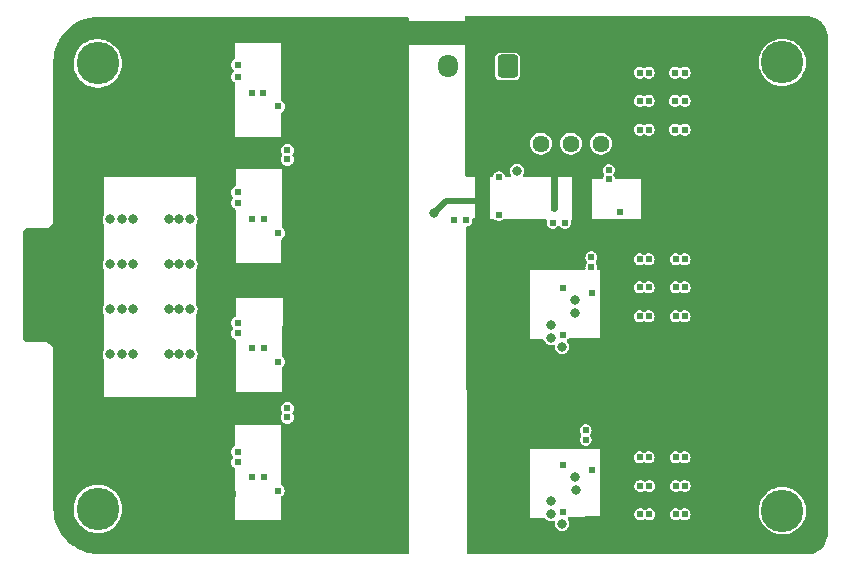
<source format=gbr>
%TF.GenerationSoftware,KiCad,Pcbnew,(6.0.2)*%
%TF.CreationDate,2022-05-06T23:20:48+08:00*%
%TF.ProjectId,NoiseAMP_V2.3,4e6f6973-6541-44d5-905f-56322e332e6b,rev?*%
%TF.SameCoordinates,Original*%
%TF.FileFunction,Copper,L2,Inr*%
%TF.FilePolarity,Positive*%
%FSLAX46Y46*%
G04 Gerber Fmt 4.6, Leading zero omitted, Abs format (unit mm)*
G04 Created by KiCad (PCBNEW (6.0.2)) date 2022-05-06 23:20:48*
%MOMM*%
%LPD*%
G01*
G04 APERTURE LIST*
G04 Aperture macros list*
%AMRoundRect*
0 Rectangle with rounded corners*
0 $1 Rounding radius*
0 $2 $3 $4 $5 $6 $7 $8 $9 X,Y pos of 4 corners*
0 Add a 4 corners polygon primitive as box body*
4,1,4,$2,$3,$4,$5,$6,$7,$8,$9,$2,$3,0*
0 Add four circle primitives for the rounded corners*
1,1,$1+$1,$2,$3*
1,1,$1+$1,$4,$5*
1,1,$1+$1,$6,$7*
1,1,$1+$1,$8,$9*
0 Add four rect primitives between the rounded corners*
20,1,$1+$1,$2,$3,$4,$5,0*
20,1,$1+$1,$4,$5,$6,$7,0*
20,1,$1+$1,$6,$7,$8,$9,0*
20,1,$1+$1,$8,$9,$2,$3,0*%
G04 Aperture macros list end*
%TA.AperFunction,ComponentPad*%
%ADD10C,3.600000*%
%TD*%
%TA.AperFunction,ComponentPad*%
%ADD11C,1.440000*%
%TD*%
%TA.AperFunction,ComponentPad*%
%ADD12RoundRect,0.250000X0.600000X0.725000X-0.600000X0.725000X-0.600000X-0.725000X0.600000X-0.725000X0*%
%TD*%
%TA.AperFunction,ComponentPad*%
%ADD13O,1.700000X1.950000*%
%TD*%
%TA.AperFunction,ViaPad*%
%ADD14C,0.603000*%
%TD*%
%TA.AperFunction,ViaPad*%
%ADD15C,0.800000*%
%TD*%
%TA.AperFunction,Conductor*%
%ADD16C,0.500000*%
%TD*%
%TA.AperFunction,Conductor*%
%ADD17C,0.600000*%
%TD*%
%TA.AperFunction,Conductor*%
%ADD18C,2.000000*%
%TD*%
G04 APERTURE END LIST*
D10*
%TO.N,N/C*%
%TO.C,H1*%
X116789200Y-79123000D03*
%TD*%
%TO.N,N/C*%
%TO.C,H3*%
X174747228Y-79044800D03*
%TD*%
%TO.N,N/C*%
%TO.C,H4*%
X174747228Y-116990259D03*
%TD*%
D11*
%TO.N,Net-(R2-Pad2)*%
%TO.C,RV1*%
X154295000Y-85933478D03*
%TO.N,Net-(R22-Pad2)*%
X156835000Y-85933478D03*
X159375000Y-85933478D03*
%TD*%
D10*
%TO.N,N/C*%
%TO.C,H2*%
X116789200Y-116842000D03*
%TD*%
D12*
%TO.N,VDD*%
%TO.C,J1*%
X151471000Y-79392000D03*
D13*
%TO.N,GND*%
X148971000Y-79392000D03*
%TO.N,VSS*%
X146471000Y-79392000D03*
%TD*%
D14*
%TO.N,Net-(R22-Pad2)*%
X161036000Y-91744800D03*
%TO.N,Net-(C3-Pad1)*%
X150739500Y-91957500D03*
X150749000Y-88773000D03*
%TO.N,GND*%
X152781000Y-84709000D03*
X157302200Y-88188800D03*
X158117600Y-87452200D03*
X152527000Y-94411800D03*
X160121600Y-102870000D03*
X160985200Y-102108000D03*
X160121600Y-101422200D03*
X160121600Y-117779800D03*
X160934400Y-117094000D03*
X160121600Y-116332000D03*
X154203400Y-104013000D03*
X154178000Y-119126000D03*
X152690990Y-118073010D03*
X152019000Y-119126000D03*
X152682000Y-116456400D03*
X152095200Y-115951000D03*
X160299400Y-112191800D03*
X160274000Y-107950000D03*
X159181800Y-106807000D03*
X152146000Y-104038400D03*
X153212800Y-105054400D03*
X152682000Y-101521200D03*
X152146000Y-100990400D03*
%TO.N,VDD*%
X158597600Y-113538000D03*
X158089600Y-110185200D03*
X158089600Y-110998000D03*
X158597600Y-98552000D03*
D15*
%TO.N,VSS*%
X156108400Y-103124000D03*
X155143200Y-102362000D03*
X155143200Y-101244400D03*
X157226000Y-100228400D03*
X157226000Y-99161600D03*
X157243520Y-115220567D03*
X157226000Y-114147600D03*
X156108400Y-118110000D03*
X155143200Y-117297200D03*
X155143200Y-116179600D03*
D14*
%TO.N,Net-(C38-Pad2)*%
X156210000Y-113157000D03*
X156210000Y-117094000D03*
%TO.N,Net-(C17-Pad2)*%
X156210000Y-98171000D03*
X156210000Y-102108000D03*
%TO.N,Net-(C10-Pad1)*%
X166471600Y-79918230D03*
X166471600Y-82305830D03*
X165658800Y-82305830D03*
X165658800Y-79918230D03*
X166471600Y-84744230D03*
X165658800Y-84744230D03*
%TO.N,Net-(C10-Pad2)*%
X162661600Y-79918230D03*
X163423600Y-82305830D03*
X163423600Y-79918230D03*
X163423600Y-84744230D03*
X162661600Y-84744230D03*
X162661600Y-82305830D03*
D15*
%TO.N,Net-(C14-Pad1)*%
X117842696Y-96138999D03*
X118807896Y-99948999D03*
X119747696Y-96138999D03*
X117842696Y-92328999D03*
X118807896Y-92328999D03*
X118807896Y-96138999D03*
X119747696Y-99948999D03*
X117842696Y-99948999D03*
X119747696Y-103758999D03*
X117842696Y-103758999D03*
X118807896Y-103758999D03*
X119747696Y-92328999D03*
%TO.N,Net-(C14-Pad2)*%
X124573696Y-96138999D03*
X124573696Y-103758999D03*
X122795696Y-92328999D03*
X122795696Y-103758999D03*
X123684696Y-92328999D03*
X122795696Y-99948999D03*
X123684696Y-99948999D03*
X123684696Y-96138999D03*
X122795696Y-96138999D03*
X124573696Y-99948999D03*
X124573696Y-92328999D03*
X123684696Y-103758999D03*
D14*
%TO.N,Net-(C16-Pad1)*%
X165709600Y-95707200D03*
X166471600Y-95707200D03*
X165709600Y-98094800D03*
X166471600Y-98094800D03*
X166471600Y-100533200D03*
X165709600Y-100533200D03*
%TO.N,Net-(C16-Pad2)*%
X162661600Y-95707200D03*
X162661600Y-100533200D03*
X162661600Y-98094800D03*
X163423600Y-100533200D03*
X163423600Y-98094800D03*
X163423600Y-95707200D03*
%TO.N,GND*%
X130364896Y-86372096D03*
X130876896Y-76996704D03*
X118731696Y-108076999D03*
X133807200Y-103276400D03*
X119493696Y-88010999D03*
X128190001Y-115548399D03*
X116572696Y-104901999D03*
X123557696Y-88010999D03*
X113258600Y-99366600D03*
X116572696Y-101853999D03*
X116572696Y-105917999D03*
X136794896Y-109845496D03*
D15*
X172618400Y-106984800D03*
D14*
X116572696Y-100837999D03*
X130886200Y-109372400D03*
X137920001Y-86869999D03*
X116572696Y-93979999D03*
X138123201Y-108688599D03*
D15*
X167767000Y-103301800D03*
X172618400Y-109931200D03*
D14*
X120509696Y-88010999D03*
X126317999Y-115548399D03*
X116699696Y-107822999D03*
X125843696Y-98133504D03*
X115622600Y-96416600D03*
X116572696Y-102869999D03*
X116572696Y-91947999D03*
D15*
X168747912Y-119294112D03*
D14*
X130872896Y-98641504D03*
X125843696Y-104520999D03*
X125843696Y-101472999D03*
X136794896Y-87798296D03*
X116572696Y-90931999D03*
D15*
X172618400Y-99720400D03*
D14*
X126111000Y-78994000D03*
X130454400Y-97053400D03*
X130876896Y-86953504D03*
X127240696Y-114591496D03*
X125843696Y-106552999D03*
X116572696Y-89915999D03*
X127240696Y-116572696D03*
X126136400Y-83032600D03*
X125843696Y-102488999D03*
X114577600Y-99366600D03*
D15*
X173736000Y-99720400D03*
X174701200Y-108458000D03*
X174701200Y-88087200D03*
D14*
X128144199Y-99238999D03*
X111758600Y-96418400D03*
X125843696Y-93344999D03*
X121525696Y-88010999D03*
X122541696Y-88010999D03*
D15*
X150723600Y-94691200D03*
D14*
X111758600Y-99364800D03*
X128168400Y-83032600D03*
D15*
X173736000Y-106984800D03*
D14*
X118477696Y-88010999D03*
X133654800Y-81711800D03*
X125602396Y-88252299D03*
X124573696Y-88010999D03*
X128045999Y-110138999D03*
D15*
X172618400Y-86614000D03*
D14*
X116572696Y-99821999D03*
X116572696Y-92963999D03*
X124827696Y-108076999D03*
X125843696Y-103504999D03*
D15*
X173736000Y-96774000D03*
D14*
X130364896Y-118885304D03*
X125843696Y-91312999D03*
X125843696Y-100456999D03*
X114606600Y-96416600D03*
X129667000Y-118237000D03*
X116572696Y-88899999D03*
X125843696Y-105536999D03*
D15*
X173736000Y-86614000D03*
X145262600Y-91770200D03*
D14*
X130581400Y-108686600D03*
X113258600Y-96416600D03*
X125843696Y-90296999D03*
X120763696Y-108076999D03*
X136794896Y-107451504D03*
X119747696Y-108076999D03*
X125843696Y-94360999D03*
D15*
X160477200Y-97282000D03*
D14*
X125780800Y-107645200D03*
X130886200Y-97815400D03*
D15*
X167767000Y-88392000D03*
D14*
X117715696Y-108076999D03*
X130876896Y-87690104D03*
D15*
X172618400Y-89560400D03*
D14*
X117461696Y-88010999D03*
X127189896Y-83984496D03*
X125843696Y-92328999D03*
X122795696Y-108076999D03*
X111758600Y-97891600D03*
X128844896Y-87664704D03*
X125843696Y-89280999D03*
X128840896Y-109512704D03*
D15*
X172618400Y-96774000D03*
D14*
X116572696Y-106933999D03*
X125843696Y-95376999D03*
X136794896Y-85791696D03*
D15*
X174701200Y-98247200D03*
D14*
X121779696Y-108076999D03*
X128840896Y-98614896D03*
D15*
X167767000Y-87452200D03*
D14*
X155409900Y-91351100D03*
X123811696Y-108076999D03*
D15*
X161086800Y-95656400D03*
D14*
X115619000Y-99366600D03*
D15*
X168833800Y-102489000D03*
D14*
X133654800Y-114350800D03*
X130364896Y-107988704D03*
X133832600Y-92583000D03*
D15*
X173736000Y-89560400D03*
D14*
X125843696Y-99440999D03*
X116572696Y-96011999D03*
D15*
X173736000Y-109931200D03*
X167792400Y-120091200D03*
D14*
X116572696Y-103885999D03*
X116572696Y-94995999D03*
X128071399Y-88294999D03*
%TO.N,Net-(C37-Pad1)*%
X165709600Y-114909600D03*
X165709600Y-117297200D03*
X166471600Y-114909600D03*
X165709600Y-112471200D03*
X166471600Y-117297200D03*
X166471600Y-112471200D03*
%TO.N,Net-(C37-Pad2)*%
X162712400Y-117297200D03*
X163423600Y-112471200D03*
X163474400Y-117297200D03*
X163474400Y-114909600D03*
X162712400Y-114909600D03*
X162661600Y-112471200D03*
%TO.N,VDD*%
X160045400Y-88163400D03*
X132066696Y-104393999D03*
X132066696Y-82778599D03*
X132041296Y-115315999D03*
X158572200Y-96393000D03*
X132828696Y-108330999D03*
X160045400Y-88925400D03*
X132066696Y-93497399D03*
X158572200Y-95554800D03*
X132828696Y-109092999D03*
X132828696Y-86486999D03*
X132828696Y-87248999D03*
D15*
X152273000Y-88239600D03*
D14*
%TO.N,VSS*%
X129870200Y-81635600D03*
X147980400Y-92430600D03*
X128637696Y-112013999D03*
X128637696Y-101091999D03*
X156337000Y-92633800D03*
X128637696Y-101980999D03*
X129870200Y-92303600D03*
X146913600Y-92430600D03*
X130810000Y-81635600D03*
X130886200Y-92329000D03*
X128637696Y-80263999D03*
X129870200Y-103225600D03*
X128637696Y-79247999D03*
X130835400Y-103225600D03*
X130860800Y-114173000D03*
X128637696Y-90931999D03*
X128637696Y-112902999D03*
X155295600Y-92633800D03*
X128637696Y-90042999D03*
X129819400Y-114173000D03*
%TD*%
D16*
%TO.N,GND*%
X116953696Y-108076999D02*
X116699696Y-107822999D01*
D17*
X155409900Y-91351100D02*
X155409900Y-88226900D01*
D16*
X116572696Y-88899999D02*
X116572696Y-96011999D01*
X116572696Y-106933999D02*
X116572696Y-107695999D01*
X146253200Y-90779600D02*
X148971000Y-90779600D01*
D18*
X149453600Y-76555600D02*
X141833600Y-76555600D01*
D16*
X116572696Y-107695999D02*
X116699696Y-107822999D01*
X116572696Y-106933999D02*
X116572696Y-99821999D01*
X125843696Y-98133504D02*
X125843696Y-89280999D01*
X125843696Y-106552999D02*
X125843696Y-98133504D01*
X124573696Y-88010999D02*
X117461696Y-88010999D01*
X124827696Y-108076999D02*
X116953696Y-108076999D01*
X116572696Y-88633904D02*
X116572696Y-88899999D01*
X117195601Y-88010999D02*
X116572696Y-88633904D01*
X145262600Y-91770200D02*
X146253200Y-90779600D01*
X117461696Y-88010999D02*
X117195601Y-88010999D01*
%TD*%
%TA.AperFunction,Conductor*%
%TO.N,GND*%
G36*
X176764182Y-75131953D02*
G01*
X176769813Y-75131963D01*
X176783642Y-75135143D01*
X176797483Y-75132011D01*
X176811147Y-75132035D01*
X176819165Y-75132305D01*
X176886457Y-75136715D01*
X177014882Y-75145133D01*
X177031222Y-75147284D01*
X177140640Y-75169048D01*
X177250061Y-75190814D01*
X177265971Y-75195077D01*
X177447463Y-75256685D01*
X177477255Y-75266798D01*
X177492481Y-75273105D01*
X177692592Y-75371788D01*
X177706866Y-75380029D01*
X177892386Y-75503990D01*
X177905461Y-75514023D01*
X178073218Y-75661141D01*
X178084859Y-75672782D01*
X178230388Y-75838727D01*
X178231977Y-75840539D01*
X178242010Y-75853614D01*
X178365971Y-76039134D01*
X178374212Y-76053408D01*
X178472895Y-76253519D01*
X178479201Y-76268743D01*
X178550923Y-76480029D01*
X178555187Y-76495942D01*
X178598716Y-76714778D01*
X178600867Y-76731118D01*
X178613787Y-76928231D01*
X178614057Y-76936693D01*
X178614037Y-76947812D01*
X178610857Y-76961642D01*
X178613989Y-76975482D01*
X178613980Y-76980372D01*
X178616000Y-76998448D01*
X178616000Y-118834976D01*
X178614047Y-118852182D01*
X178614037Y-118857813D01*
X178610857Y-118871642D01*
X178613989Y-118885483D01*
X178613965Y-118899147D01*
X178613695Y-118907168D01*
X178600867Y-119102882D01*
X178598716Y-119119222D01*
X178555187Y-119338058D01*
X178550923Y-119353971D01*
X178479202Y-119565255D01*
X178472895Y-119580481D01*
X178374212Y-119780592D01*
X178365971Y-119794866D01*
X178242010Y-119980386D01*
X178231977Y-119993461D01*
X178084859Y-120161218D01*
X178073218Y-120172859D01*
X177907273Y-120318388D01*
X177905461Y-120319977D01*
X177892386Y-120330010D01*
X177706866Y-120453971D01*
X177692592Y-120462212D01*
X177492481Y-120560895D01*
X177477257Y-120567201D01*
X177265971Y-120638923D01*
X177250061Y-120643186D01*
X177140640Y-120664951D01*
X177031222Y-120686716D01*
X177014882Y-120688867D01*
X176938685Y-120693861D01*
X176817759Y-120701787D01*
X176809307Y-120702057D01*
X176798188Y-120702037D01*
X176784358Y-120698857D01*
X176770518Y-120701989D01*
X176765628Y-120701980D01*
X176747552Y-120704000D01*
X148203469Y-120704000D01*
X148135348Y-120683998D01*
X148088855Y-120630342D01*
X148077471Y-120578685D01*
X148077409Y-120567202D01*
X148076542Y-120407683D01*
X148061294Y-117602000D01*
X153416000Y-117602000D01*
X153430226Y-117601695D01*
X153430227Y-117601695D01*
X154536849Y-117577948D01*
X154605383Y-117596484D01*
X154639514Y-117627215D01*
X154709891Y-117718932D01*
X154709895Y-117718936D01*
X154714918Y-117725482D01*
X154840359Y-117821736D01*
X154986438Y-117882244D01*
X155143200Y-117902882D01*
X155151388Y-117901804D01*
X155291774Y-117883322D01*
X155299962Y-117882244D01*
X155344502Y-117863795D01*
X155415090Y-117856206D01*
X155478577Y-117887985D01*
X155514805Y-117949043D01*
X155517641Y-117996649D01*
X155502718Y-118110000D01*
X155503796Y-118118188D01*
X155520393Y-118244252D01*
X155523356Y-118266762D01*
X155583864Y-118412841D01*
X155680118Y-118538282D01*
X155805559Y-118634536D01*
X155951638Y-118695044D01*
X156108400Y-118715682D01*
X156116588Y-118714604D01*
X156256974Y-118696122D01*
X156265162Y-118695044D01*
X156411241Y-118634536D01*
X156536682Y-118538282D01*
X156632936Y-118412841D01*
X156693444Y-118266762D01*
X156696408Y-118244252D01*
X156713004Y-118118188D01*
X156714082Y-118110000D01*
X156693444Y-117953238D01*
X156632936Y-117807159D01*
X156627908Y-117800606D01*
X156627906Y-117800603D01*
X156577374Y-117734748D01*
X156551773Y-117668528D01*
X156566038Y-117598979D01*
X156615639Y-117548183D01*
X156674633Y-117532073D01*
X159316087Y-117475389D01*
X159316088Y-117475389D01*
X159334200Y-117475000D01*
X159334200Y-117291004D01*
X162205276Y-117291004D01*
X162206440Y-117299906D01*
X162206440Y-117299909D01*
X162219133Y-117396971D01*
X162223921Y-117433586D01*
X162281834Y-117565204D01*
X162287611Y-117572077D01*
X162287612Y-117572078D01*
X162312508Y-117601695D01*
X162374360Y-117675277D01*
X162384036Y-117681718D01*
X162463702Y-117734748D01*
X162494061Y-117754957D01*
X162631314Y-117797838D01*
X162775086Y-117800473D01*
X162817907Y-117788799D01*
X162905156Y-117765012D01*
X162905159Y-117765011D01*
X162913818Y-117762650D01*
X162921468Y-117757953D01*
X162921470Y-117757952D01*
X163029190Y-117691812D01*
X163097707Y-117673214D01*
X163164937Y-117694300D01*
X163248587Y-117749982D01*
X163256061Y-117754957D01*
X163393314Y-117797838D01*
X163537086Y-117800473D01*
X163579907Y-117788799D01*
X163667156Y-117765012D01*
X163667159Y-117765011D01*
X163675818Y-117762650D01*
X163683468Y-117757953D01*
X163683470Y-117757952D01*
X163787137Y-117694300D01*
X163798359Y-117687410D01*
X163811209Y-117673214D01*
X163888834Y-117587454D01*
X163894856Y-117580801D01*
X163939317Y-117489034D01*
X163953641Y-117459471D01*
X163953642Y-117459469D01*
X163957554Y-117451394D01*
X163981411Y-117309591D01*
X163981562Y-117297200D01*
X163980675Y-117291004D01*
X165202476Y-117291004D01*
X165203640Y-117299906D01*
X165203640Y-117299909D01*
X165216333Y-117396971D01*
X165221121Y-117433586D01*
X165279034Y-117565204D01*
X165284811Y-117572077D01*
X165284812Y-117572078D01*
X165309708Y-117601695D01*
X165371560Y-117675277D01*
X165381236Y-117681718D01*
X165460902Y-117734748D01*
X165491261Y-117754957D01*
X165628514Y-117797838D01*
X165772286Y-117800473D01*
X165815107Y-117788799D01*
X165902356Y-117765012D01*
X165902359Y-117765011D01*
X165911018Y-117762650D01*
X165918668Y-117757953D01*
X165918670Y-117757952D01*
X166026390Y-117691812D01*
X166094907Y-117673214D01*
X166162137Y-117694300D01*
X166245787Y-117749982D01*
X166253261Y-117754957D01*
X166390514Y-117797838D01*
X166534286Y-117800473D01*
X166577107Y-117788799D01*
X166664356Y-117765012D01*
X166664359Y-117765011D01*
X166673018Y-117762650D01*
X166680668Y-117757953D01*
X166680670Y-117757952D01*
X166784337Y-117694300D01*
X166795559Y-117687410D01*
X166808409Y-117673214D01*
X166886034Y-117587454D01*
X166892056Y-117580801D01*
X166936517Y-117489034D01*
X166950841Y-117459471D01*
X166950842Y-117459469D01*
X166954754Y-117451394D01*
X166978611Y-117309591D01*
X166978762Y-117297200D01*
X166973200Y-117258360D01*
X166959650Y-117163743D01*
X166959649Y-117163740D01*
X166958377Y-117154857D01*
X166898860Y-117023956D01*
X166815543Y-116927261D01*
X172742608Y-116927261D01*
X172753730Y-117210343D01*
X172771856Y-117309591D01*
X172800900Y-117468619D01*
X172804628Y-117489034D01*
X172806037Y-117493257D01*
X172872379Y-117692108D01*
X172894286Y-117757773D01*
X172896278Y-117761760D01*
X172896279Y-117761762D01*
X172966793Y-117902882D01*
X173020915Y-118011198D01*
X173181989Y-118244252D01*
X173185011Y-118247521D01*
X173337831Y-118412841D01*
X173374293Y-118452286D01*
X173377747Y-118455098D01*
X173590535Y-118628334D01*
X173590539Y-118628337D01*
X173593992Y-118631148D01*
X173836700Y-118777271D01*
X173840795Y-118779005D01*
X173840797Y-118779006D01*
X174093475Y-118886001D01*
X174093482Y-118886003D01*
X174097576Y-118887737D01*
X174140609Y-118899147D01*
X174367117Y-118959205D01*
X174367121Y-118959206D01*
X174371414Y-118960344D01*
X174375823Y-118960866D01*
X174375829Y-118960867D01*
X174533182Y-118979491D01*
X174652751Y-118993643D01*
X174935973Y-118986968D01*
X174940371Y-118986236D01*
X175211038Y-118941185D01*
X175211042Y-118941184D01*
X175215428Y-118940454D01*
X175219669Y-118939113D01*
X175219672Y-118939112D01*
X175481296Y-118856371D01*
X175481298Y-118856370D01*
X175485542Y-118855028D01*
X175489553Y-118853102D01*
X175489558Y-118853100D01*
X175736906Y-118734325D01*
X175736907Y-118734324D01*
X175740925Y-118732395D01*
X175765938Y-118715682D01*
X175972773Y-118577480D01*
X175972777Y-118577477D01*
X175976481Y-118575002D01*
X176187509Y-118385989D01*
X176369801Y-118169127D01*
X176519717Y-117928744D01*
X176531151Y-117902882D01*
X176573469Y-117807159D01*
X176634268Y-117669635D01*
X176711167Y-117396971D01*
X176722260Y-117314384D01*
X176748453Y-117119374D01*
X176748454Y-117119366D01*
X176748880Y-117116192D01*
X176751779Y-117023956D01*
X176752737Y-116993481D01*
X176752737Y-116993476D01*
X176752838Y-116990259D01*
X176732829Y-116707666D01*
X176719432Y-116645436D01*
X176674139Y-116435059D01*
X176674139Y-116435057D01*
X176673203Y-116430712D01*
X176575148Y-116164922D01*
X176440621Y-115915599D01*
X176272306Y-115687719D01*
X176225782Y-115640458D01*
X176076693Y-115489010D01*
X176073562Y-115485829D01*
X176070022Y-115483128D01*
X176070016Y-115483122D01*
X175851895Y-115316657D01*
X175851891Y-115316654D01*
X175848354Y-115313955D01*
X175644611Y-115199854D01*
X175605065Y-115177707D01*
X175605060Y-115177704D01*
X175601175Y-115175529D01*
X175597017Y-115173921D01*
X175597012Y-115173918D01*
X175341113Y-115074918D01*
X175341107Y-115074916D01*
X175336958Y-115073311D01*
X175332626Y-115072307D01*
X175332623Y-115072306D01*
X175180678Y-115037087D01*
X175060975Y-115009341D01*
X174778731Y-114984896D01*
X174774296Y-114985140D01*
X174774292Y-114985140D01*
X174500301Y-115000219D01*
X174500294Y-115000220D01*
X174495858Y-115000464D01*
X174357971Y-115027891D01*
X174222374Y-115054863D01*
X174222369Y-115054864D01*
X174218002Y-115055733D01*
X174213799Y-115057209D01*
X173954912Y-115148123D01*
X173954909Y-115148124D01*
X173950704Y-115149601D01*
X173946751Y-115151654D01*
X173946745Y-115151657D01*
X173882319Y-115185124D01*
X173699300Y-115280195D01*
X173695685Y-115282778D01*
X173695679Y-115282782D01*
X173648276Y-115316657D01*
X173468804Y-115444910D01*
X173465577Y-115447988D01*
X173465575Y-115447990D01*
X173425910Y-115485829D01*
X173263816Y-115640458D01*
X173088427Y-115862939D01*
X173057840Y-115915599D01*
X172948369Y-116104066D01*
X172948366Y-116104072D01*
X172946135Y-116107913D01*
X172839780Y-116370491D01*
X172838709Y-116374804D01*
X172838707Y-116374809D01*
X172824821Y-116430712D01*
X172771483Y-116645436D01*
X172771029Y-116649864D01*
X172771029Y-116649866D01*
X172743062Y-116922829D01*
X172742608Y-116927261D01*
X166815543Y-116927261D01*
X166804996Y-116915021D01*
X166684330Y-116836810D01*
X166546563Y-116795609D01*
X166537587Y-116795554D01*
X166537586Y-116795554D01*
X166477621Y-116795188D01*
X166402770Y-116794730D01*
X166264510Y-116834245D01*
X166157261Y-116901915D01*
X166088978Y-116921348D01*
X166021495Y-116901085D01*
X165929862Y-116841692D01*
X165922330Y-116836810D01*
X165784563Y-116795609D01*
X165775587Y-116795554D01*
X165775586Y-116795554D01*
X165715621Y-116795188D01*
X165640770Y-116794730D01*
X165502510Y-116834245D01*
X165380898Y-116910977D01*
X165374955Y-116917706D01*
X165370431Y-116922829D01*
X165285710Y-117018756D01*
X165281896Y-117026879D01*
X165281895Y-117026881D01*
X165228414Y-117140794D01*
X165224599Y-117148920D01*
X165202476Y-117291004D01*
X163980675Y-117291004D01*
X163976000Y-117258360D01*
X163962450Y-117163743D01*
X163962449Y-117163740D01*
X163961177Y-117154857D01*
X163901660Y-117023956D01*
X163807796Y-116915021D01*
X163687130Y-116836810D01*
X163549363Y-116795609D01*
X163540387Y-116795554D01*
X163540386Y-116795554D01*
X163480421Y-116795188D01*
X163405570Y-116794730D01*
X163267310Y-116834245D01*
X163160061Y-116901915D01*
X163091778Y-116921348D01*
X163024295Y-116901085D01*
X162932662Y-116841692D01*
X162925130Y-116836810D01*
X162787363Y-116795609D01*
X162778387Y-116795554D01*
X162778386Y-116795554D01*
X162718421Y-116795188D01*
X162643570Y-116794730D01*
X162505310Y-116834245D01*
X162383698Y-116910977D01*
X162377755Y-116917706D01*
X162373231Y-116922829D01*
X162288510Y-117018756D01*
X162284696Y-117026879D01*
X162284695Y-117026881D01*
X162231214Y-117140794D01*
X162227399Y-117148920D01*
X162205276Y-117291004D01*
X159334200Y-117291004D01*
X159334200Y-114903404D01*
X162205276Y-114903404D01*
X162206440Y-114912306D01*
X162206440Y-114912309D01*
X162222757Y-115037087D01*
X162223921Y-115045986D01*
X162281834Y-115177604D01*
X162287611Y-115184477D01*
X162287612Y-115184478D01*
X162300537Y-115199854D01*
X162374360Y-115287677D01*
X162494061Y-115367357D01*
X162631314Y-115410238D01*
X162775086Y-115412873D01*
X162817907Y-115401199D01*
X162905156Y-115377412D01*
X162905159Y-115377411D01*
X162913818Y-115375050D01*
X162921468Y-115370353D01*
X162921470Y-115370352D01*
X163029190Y-115304212D01*
X163097707Y-115285614D01*
X163164937Y-115306700D01*
X163248587Y-115362382D01*
X163256061Y-115367357D01*
X163393314Y-115410238D01*
X163537086Y-115412873D01*
X163579907Y-115401199D01*
X163667156Y-115377412D01*
X163667159Y-115377411D01*
X163675818Y-115375050D01*
X163683468Y-115370353D01*
X163683470Y-115370352D01*
X163737089Y-115337430D01*
X163798359Y-115299810D01*
X163811209Y-115285614D01*
X163888834Y-115199854D01*
X163894856Y-115193201D01*
X163926205Y-115128498D01*
X163953641Y-115071871D01*
X163953642Y-115071869D01*
X163957554Y-115063794D01*
X163966780Y-115008957D01*
X163980605Y-114926784D01*
X163980605Y-114926779D01*
X163981411Y-114921991D01*
X163981562Y-114909600D01*
X163980675Y-114903404D01*
X165202476Y-114903404D01*
X165203640Y-114912306D01*
X165203640Y-114912309D01*
X165219957Y-115037087D01*
X165221121Y-115045986D01*
X165279034Y-115177604D01*
X165284811Y-115184477D01*
X165284812Y-115184478D01*
X165297737Y-115199854D01*
X165371560Y-115287677D01*
X165491261Y-115367357D01*
X165628514Y-115410238D01*
X165772286Y-115412873D01*
X165815107Y-115401199D01*
X165902356Y-115377412D01*
X165902359Y-115377411D01*
X165911018Y-115375050D01*
X165918668Y-115370353D01*
X165918670Y-115370352D01*
X166026390Y-115304212D01*
X166094907Y-115285614D01*
X166162137Y-115306700D01*
X166245787Y-115362382D01*
X166253261Y-115367357D01*
X166390514Y-115410238D01*
X166534286Y-115412873D01*
X166577107Y-115401199D01*
X166664356Y-115377412D01*
X166664359Y-115377411D01*
X166673018Y-115375050D01*
X166680668Y-115370353D01*
X166680670Y-115370352D01*
X166734289Y-115337430D01*
X166795559Y-115299810D01*
X166808409Y-115285614D01*
X166886034Y-115199854D01*
X166892056Y-115193201D01*
X166923405Y-115128498D01*
X166950841Y-115071871D01*
X166950842Y-115071869D01*
X166954754Y-115063794D01*
X166963980Y-115008957D01*
X166977805Y-114926784D01*
X166977805Y-114926779D01*
X166978611Y-114921991D01*
X166978762Y-114909600D01*
X166958377Y-114767257D01*
X166898860Y-114636356D01*
X166804996Y-114527421D01*
X166684330Y-114449210D01*
X166546563Y-114408009D01*
X166537587Y-114407954D01*
X166537586Y-114407954D01*
X166477621Y-114407588D01*
X166402770Y-114407130D01*
X166264510Y-114446645D01*
X166157261Y-114514315D01*
X166088978Y-114533748D01*
X166021495Y-114513485D01*
X165929862Y-114454092D01*
X165922330Y-114449210D01*
X165784563Y-114408009D01*
X165775587Y-114407954D01*
X165775586Y-114407954D01*
X165715621Y-114407588D01*
X165640770Y-114407130D01*
X165502510Y-114446645D01*
X165380898Y-114523377D01*
X165374955Y-114530106D01*
X165371323Y-114534219D01*
X165285710Y-114631156D01*
X165224599Y-114761320D01*
X165202476Y-114903404D01*
X163980675Y-114903404D01*
X163961177Y-114767257D01*
X163901660Y-114636356D01*
X163807796Y-114527421D01*
X163687130Y-114449210D01*
X163549363Y-114408009D01*
X163540387Y-114407954D01*
X163540386Y-114407954D01*
X163480421Y-114407588D01*
X163405570Y-114407130D01*
X163267310Y-114446645D01*
X163160061Y-114514315D01*
X163091778Y-114533748D01*
X163024295Y-114513485D01*
X162932662Y-114454092D01*
X162925130Y-114449210D01*
X162787363Y-114408009D01*
X162778387Y-114407954D01*
X162778386Y-114407954D01*
X162718421Y-114407588D01*
X162643570Y-114407130D01*
X162505310Y-114446645D01*
X162383698Y-114523377D01*
X162377755Y-114530106D01*
X162374123Y-114534219D01*
X162288510Y-114631156D01*
X162227399Y-114761320D01*
X162205276Y-114903404D01*
X159334200Y-114903404D01*
X159334200Y-112465004D01*
X162154476Y-112465004D01*
X162155640Y-112473906D01*
X162155640Y-112473909D01*
X162157533Y-112488384D01*
X162173121Y-112607586D01*
X162231034Y-112739204D01*
X162236811Y-112746077D01*
X162236812Y-112746078D01*
X162249737Y-112761454D01*
X162323560Y-112849277D01*
X162443261Y-112928957D01*
X162580514Y-112971838D01*
X162724286Y-112974473D01*
X162767107Y-112962799D01*
X162854356Y-112939012D01*
X162854359Y-112939011D01*
X162863018Y-112936650D01*
X162870668Y-112931953D01*
X162870670Y-112931952D01*
X162978390Y-112865812D01*
X163046907Y-112847214D01*
X163114137Y-112868300D01*
X163197787Y-112923982D01*
X163205261Y-112928957D01*
X163342514Y-112971838D01*
X163486286Y-112974473D01*
X163529107Y-112962799D01*
X163616356Y-112939012D01*
X163616359Y-112939011D01*
X163625018Y-112936650D01*
X163632668Y-112931953D01*
X163632670Y-112931952D01*
X163736337Y-112868300D01*
X163747559Y-112861410D01*
X163760409Y-112847214D01*
X163838034Y-112761454D01*
X163844056Y-112754801D01*
X163906754Y-112625394D01*
X163930611Y-112483591D01*
X163930762Y-112471200D01*
X163929875Y-112465004D01*
X165202476Y-112465004D01*
X165203640Y-112473906D01*
X165203640Y-112473909D01*
X165205533Y-112488384D01*
X165221121Y-112607586D01*
X165279034Y-112739204D01*
X165284811Y-112746077D01*
X165284812Y-112746078D01*
X165297737Y-112761454D01*
X165371560Y-112849277D01*
X165491261Y-112928957D01*
X165628514Y-112971838D01*
X165772286Y-112974473D01*
X165815107Y-112962799D01*
X165902356Y-112939012D01*
X165902359Y-112939011D01*
X165911018Y-112936650D01*
X165918668Y-112931953D01*
X165918670Y-112931952D01*
X166026390Y-112865812D01*
X166094907Y-112847214D01*
X166162137Y-112868300D01*
X166245787Y-112923982D01*
X166253261Y-112928957D01*
X166390514Y-112971838D01*
X166534286Y-112974473D01*
X166577107Y-112962799D01*
X166664356Y-112939012D01*
X166664359Y-112939011D01*
X166673018Y-112936650D01*
X166680668Y-112931953D01*
X166680670Y-112931952D01*
X166784337Y-112868300D01*
X166795559Y-112861410D01*
X166808409Y-112847214D01*
X166886034Y-112761454D01*
X166892056Y-112754801D01*
X166954754Y-112625394D01*
X166978611Y-112483591D01*
X166978762Y-112471200D01*
X166958377Y-112328857D01*
X166898860Y-112197956D01*
X166804996Y-112089021D01*
X166684330Y-112010810D01*
X166546563Y-111969609D01*
X166537587Y-111969554D01*
X166537586Y-111969554D01*
X166477621Y-111969188D01*
X166402770Y-111968730D01*
X166264510Y-112008245D01*
X166157261Y-112075915D01*
X166088978Y-112095348D01*
X166021495Y-112075085D01*
X165929862Y-112015692D01*
X165922330Y-112010810D01*
X165784563Y-111969609D01*
X165775587Y-111969554D01*
X165775586Y-111969554D01*
X165715621Y-111969188D01*
X165640770Y-111968730D01*
X165502510Y-112008245D01*
X165380898Y-112084977D01*
X165374955Y-112091706D01*
X165371323Y-112095819D01*
X165285710Y-112192756D01*
X165224599Y-112322920D01*
X165202476Y-112465004D01*
X163929875Y-112465004D01*
X163910377Y-112328857D01*
X163850860Y-112197956D01*
X163756996Y-112089021D01*
X163636330Y-112010810D01*
X163498563Y-111969609D01*
X163489587Y-111969554D01*
X163489586Y-111969554D01*
X163429621Y-111969188D01*
X163354770Y-111968730D01*
X163216510Y-112008245D01*
X163109261Y-112075915D01*
X163040978Y-112095348D01*
X162973495Y-112075085D01*
X162881862Y-112015692D01*
X162874330Y-112010810D01*
X162736563Y-111969609D01*
X162727587Y-111969554D01*
X162727586Y-111969554D01*
X162667621Y-111969188D01*
X162592770Y-111968730D01*
X162454510Y-112008245D01*
X162332898Y-112084977D01*
X162326955Y-112091706D01*
X162323323Y-112095819D01*
X162237710Y-112192756D01*
X162176599Y-112322920D01*
X162154476Y-112465004D01*
X159334200Y-112465004D01*
X159334200Y-111760000D01*
X153416000Y-111760000D01*
X153416000Y-117602000D01*
X148061294Y-117602000D01*
X148025369Y-110991804D01*
X157582476Y-110991804D01*
X157583640Y-111000706D01*
X157583640Y-111000709D01*
X157585533Y-111015184D01*
X157601121Y-111134386D01*
X157659034Y-111266004D01*
X157664811Y-111272877D01*
X157664812Y-111272878D01*
X157677737Y-111288254D01*
X157751560Y-111376077D01*
X157871261Y-111455757D01*
X158008514Y-111498638D01*
X158152286Y-111501273D01*
X158195107Y-111489599D01*
X158282356Y-111465812D01*
X158282359Y-111465811D01*
X158291018Y-111463450D01*
X158298668Y-111458753D01*
X158298670Y-111458752D01*
X158352288Y-111425830D01*
X158413559Y-111388210D01*
X158510056Y-111281601D01*
X158572754Y-111152194D01*
X158596611Y-111010391D01*
X158596762Y-110998000D01*
X158576377Y-110855657D01*
X158516860Y-110724756D01*
X158473194Y-110674079D01*
X158443880Y-110609416D01*
X158454179Y-110539171D01*
X158475231Y-110507277D01*
X158504031Y-110475459D01*
X158504035Y-110475453D01*
X158510056Y-110468801D01*
X158572754Y-110339394D01*
X158596611Y-110197591D01*
X158596762Y-110185200D01*
X158576377Y-110042857D01*
X158516860Y-109911956D01*
X158422996Y-109803021D01*
X158302330Y-109724810D01*
X158164563Y-109683609D01*
X158155587Y-109683554D01*
X158155586Y-109683554D01*
X158095621Y-109683188D01*
X158020770Y-109682730D01*
X157882510Y-109722245D01*
X157760898Y-109798977D01*
X157754955Y-109805706D01*
X157751323Y-109809819D01*
X157665710Y-109906756D01*
X157604599Y-110036920D01*
X157582476Y-110179004D01*
X157583640Y-110187906D01*
X157583640Y-110187909D01*
X157585533Y-110202384D01*
X157601121Y-110321586D01*
X157659034Y-110453204D01*
X157664813Y-110460079D01*
X157707142Y-110510436D01*
X157735663Y-110575452D01*
X157724507Y-110645566D01*
X157705132Y-110674919D01*
X157665710Y-110719556D01*
X157604599Y-110849720D01*
X157582476Y-110991804D01*
X148025369Y-110991804D01*
X147979158Y-102489000D01*
X153416000Y-102489000D01*
X153430226Y-102488695D01*
X153430227Y-102488695D01*
X154449734Y-102466817D01*
X154518268Y-102485353D01*
X154565901Y-102537999D01*
X154568846Y-102544570D01*
X154618664Y-102664841D01*
X154714918Y-102790282D01*
X154840359Y-102886536D01*
X154986438Y-102947044D01*
X154994626Y-102948122D01*
X155064819Y-102957363D01*
X155143200Y-102967682D01*
X155151388Y-102966604D01*
X155291774Y-102948122D01*
X155299962Y-102947044D01*
X155307590Y-102943884D01*
X155307595Y-102943883D01*
X155337426Y-102931526D01*
X155408015Y-102923936D01*
X155471503Y-102955714D01*
X155507731Y-103016772D01*
X155510567Y-103064380D01*
X155502718Y-103124000D01*
X155523356Y-103280762D01*
X155583864Y-103426841D01*
X155680118Y-103552282D01*
X155805559Y-103648536D01*
X155951638Y-103709044D01*
X156108400Y-103729682D01*
X156116588Y-103728604D01*
X156256974Y-103710122D01*
X156265162Y-103709044D01*
X156411241Y-103648536D01*
X156536682Y-103552282D01*
X156632936Y-103426841D01*
X156693444Y-103280762D01*
X156714082Y-103124000D01*
X156693444Y-102967238D01*
X156632936Y-102821159D01*
X156536682Y-102695718D01*
X156530136Y-102690695D01*
X156524291Y-102684850D01*
X156526652Y-102682489D01*
X156493966Y-102637756D01*
X156489722Y-102566887D01*
X156524466Y-102504973D01*
X156527722Y-102502040D01*
X156533959Y-102498210D01*
X156539985Y-102491553D01*
X156539987Y-102491551D01*
X156567791Y-102460834D01*
X156628334Y-102423753D01*
X156658501Y-102419418D01*
X157690665Y-102397269D01*
X159316087Y-102362389D01*
X159316088Y-102362389D01*
X159334200Y-102362000D01*
X159334200Y-100527004D01*
X162154476Y-100527004D01*
X162155640Y-100535906D01*
X162155640Y-100535909D01*
X162157533Y-100550384D01*
X162173121Y-100669586D01*
X162231034Y-100801204D01*
X162236811Y-100808077D01*
X162236812Y-100808078D01*
X162249737Y-100823454D01*
X162323560Y-100911277D01*
X162443261Y-100990957D01*
X162580514Y-101033838D01*
X162724286Y-101036473D01*
X162767107Y-101024799D01*
X162854356Y-101001012D01*
X162854359Y-101001011D01*
X162863018Y-100998650D01*
X162870668Y-100993953D01*
X162870670Y-100993952D01*
X162978390Y-100927812D01*
X163046907Y-100909214D01*
X163114137Y-100930300D01*
X163197787Y-100985982D01*
X163205261Y-100990957D01*
X163342514Y-101033838D01*
X163486286Y-101036473D01*
X163529107Y-101024799D01*
X163616356Y-101001012D01*
X163616359Y-101001011D01*
X163625018Y-100998650D01*
X163632668Y-100993953D01*
X163632670Y-100993952D01*
X163736337Y-100930300D01*
X163747559Y-100923410D01*
X163760409Y-100909214D01*
X163838034Y-100823454D01*
X163844056Y-100816801D01*
X163906754Y-100687394D01*
X163930611Y-100545591D01*
X163930762Y-100533200D01*
X163929875Y-100527004D01*
X165202476Y-100527004D01*
X165203640Y-100535906D01*
X165203640Y-100535909D01*
X165205533Y-100550384D01*
X165221121Y-100669586D01*
X165279034Y-100801204D01*
X165284811Y-100808077D01*
X165284812Y-100808078D01*
X165297737Y-100823454D01*
X165371560Y-100911277D01*
X165491261Y-100990957D01*
X165628514Y-101033838D01*
X165772286Y-101036473D01*
X165815107Y-101024799D01*
X165902356Y-101001012D01*
X165902359Y-101001011D01*
X165911018Y-100998650D01*
X165918668Y-100993953D01*
X165918670Y-100993952D01*
X166026390Y-100927812D01*
X166094907Y-100909214D01*
X166162137Y-100930300D01*
X166245787Y-100985982D01*
X166253261Y-100990957D01*
X166390514Y-101033838D01*
X166534286Y-101036473D01*
X166577107Y-101024799D01*
X166664356Y-101001012D01*
X166664359Y-101001011D01*
X166673018Y-100998650D01*
X166680668Y-100993953D01*
X166680670Y-100993952D01*
X166784337Y-100930300D01*
X166795559Y-100923410D01*
X166808409Y-100909214D01*
X166886034Y-100823454D01*
X166892056Y-100816801D01*
X166954754Y-100687394D01*
X166978611Y-100545591D01*
X166978762Y-100533200D01*
X166958377Y-100390857D01*
X166898860Y-100259956D01*
X166804996Y-100151021D01*
X166684330Y-100072810D01*
X166546563Y-100031609D01*
X166537587Y-100031554D01*
X166537586Y-100031554D01*
X166477621Y-100031188D01*
X166402770Y-100030730D01*
X166264510Y-100070245D01*
X166157261Y-100137915D01*
X166088978Y-100157348D01*
X166021495Y-100137085D01*
X165929862Y-100077692D01*
X165922330Y-100072810D01*
X165784563Y-100031609D01*
X165775587Y-100031554D01*
X165775586Y-100031554D01*
X165715621Y-100031188D01*
X165640770Y-100030730D01*
X165502510Y-100070245D01*
X165380898Y-100146977D01*
X165374955Y-100153706D01*
X165371323Y-100157819D01*
X165285710Y-100254756D01*
X165224599Y-100384920D01*
X165202476Y-100527004D01*
X163929875Y-100527004D01*
X163910377Y-100390857D01*
X163850860Y-100259956D01*
X163756996Y-100151021D01*
X163636330Y-100072810D01*
X163498563Y-100031609D01*
X163489587Y-100031554D01*
X163489586Y-100031554D01*
X163429621Y-100031188D01*
X163354770Y-100030730D01*
X163216510Y-100070245D01*
X163109261Y-100137915D01*
X163040978Y-100157348D01*
X162973495Y-100137085D01*
X162881862Y-100077692D01*
X162874330Y-100072810D01*
X162736563Y-100031609D01*
X162727587Y-100031554D01*
X162727586Y-100031554D01*
X162667621Y-100031188D01*
X162592770Y-100030730D01*
X162454510Y-100070245D01*
X162332898Y-100146977D01*
X162326955Y-100153706D01*
X162323323Y-100157819D01*
X162237710Y-100254756D01*
X162176599Y-100384920D01*
X162154476Y-100527004D01*
X159334200Y-100527004D01*
X159334200Y-98088604D01*
X162154476Y-98088604D01*
X162155640Y-98097506D01*
X162155640Y-98097509D01*
X162157533Y-98111984D01*
X162173121Y-98231186D01*
X162231034Y-98362804D01*
X162236811Y-98369677D01*
X162236812Y-98369678D01*
X162249737Y-98385054D01*
X162323560Y-98472877D01*
X162443261Y-98552557D01*
X162580514Y-98595438D01*
X162724286Y-98598073D01*
X162767107Y-98586399D01*
X162854356Y-98562612D01*
X162854359Y-98562611D01*
X162863018Y-98560250D01*
X162870668Y-98555553D01*
X162870670Y-98555552D01*
X162978390Y-98489412D01*
X163046907Y-98470814D01*
X163114137Y-98491900D01*
X163197787Y-98547582D01*
X163205261Y-98552557D01*
X163342514Y-98595438D01*
X163486286Y-98598073D01*
X163529107Y-98586399D01*
X163616356Y-98562612D01*
X163616359Y-98562611D01*
X163625018Y-98560250D01*
X163632668Y-98555553D01*
X163632670Y-98555552D01*
X163736337Y-98491900D01*
X163747559Y-98485010D01*
X163760409Y-98470814D01*
X163838034Y-98385054D01*
X163844056Y-98378401D01*
X163906754Y-98248994D01*
X163930611Y-98107191D01*
X163930762Y-98094800D01*
X163929875Y-98088604D01*
X165202476Y-98088604D01*
X165203640Y-98097506D01*
X165203640Y-98097509D01*
X165205533Y-98111984D01*
X165221121Y-98231186D01*
X165279034Y-98362804D01*
X165284811Y-98369677D01*
X165284812Y-98369678D01*
X165297737Y-98385054D01*
X165371560Y-98472877D01*
X165491261Y-98552557D01*
X165628514Y-98595438D01*
X165772286Y-98598073D01*
X165815107Y-98586399D01*
X165902356Y-98562612D01*
X165902359Y-98562611D01*
X165911018Y-98560250D01*
X165918668Y-98555553D01*
X165918670Y-98555552D01*
X166026390Y-98489412D01*
X166094907Y-98470814D01*
X166162137Y-98491900D01*
X166245787Y-98547582D01*
X166253261Y-98552557D01*
X166390514Y-98595438D01*
X166534286Y-98598073D01*
X166577107Y-98586399D01*
X166664356Y-98562612D01*
X166664359Y-98562611D01*
X166673018Y-98560250D01*
X166680668Y-98555553D01*
X166680670Y-98555552D01*
X166784337Y-98491900D01*
X166795559Y-98485010D01*
X166808409Y-98470814D01*
X166886034Y-98385054D01*
X166892056Y-98378401D01*
X166954754Y-98248994D01*
X166978611Y-98107191D01*
X166978762Y-98094800D01*
X166958377Y-97952457D01*
X166898860Y-97821556D01*
X166804996Y-97712621D01*
X166684330Y-97634410D01*
X166546563Y-97593209D01*
X166537587Y-97593154D01*
X166537586Y-97593154D01*
X166477621Y-97592788D01*
X166402770Y-97592330D01*
X166264510Y-97631845D01*
X166157261Y-97699515D01*
X166088978Y-97718948D01*
X166021495Y-97698685D01*
X165929862Y-97639292D01*
X165922330Y-97634410D01*
X165784563Y-97593209D01*
X165775587Y-97593154D01*
X165775586Y-97593154D01*
X165715621Y-97592788D01*
X165640770Y-97592330D01*
X165502510Y-97631845D01*
X165380898Y-97708577D01*
X165374955Y-97715306D01*
X165371323Y-97719419D01*
X165285710Y-97816356D01*
X165224599Y-97946520D01*
X165202476Y-98088604D01*
X163929875Y-98088604D01*
X163910377Y-97952457D01*
X163850860Y-97821556D01*
X163756996Y-97712621D01*
X163636330Y-97634410D01*
X163498563Y-97593209D01*
X163489587Y-97593154D01*
X163489586Y-97593154D01*
X163429621Y-97592788D01*
X163354770Y-97592330D01*
X163216510Y-97631845D01*
X163109261Y-97699515D01*
X163040978Y-97718948D01*
X162973495Y-97698685D01*
X162881862Y-97639292D01*
X162874330Y-97634410D01*
X162736563Y-97593209D01*
X162727587Y-97593154D01*
X162727586Y-97593154D01*
X162667621Y-97592788D01*
X162592770Y-97592330D01*
X162454510Y-97631845D01*
X162332898Y-97708577D01*
X162326955Y-97715306D01*
X162323323Y-97719419D01*
X162237710Y-97816356D01*
X162176599Y-97946520D01*
X162154476Y-98088604D01*
X159334200Y-98088604D01*
X159334200Y-96647000D01*
X159187532Y-96647000D01*
X159119411Y-96626998D01*
X159072918Y-96573342D01*
X159063278Y-96500096D01*
X159078404Y-96410186D01*
X159079211Y-96405391D01*
X159079362Y-96393000D01*
X159058977Y-96250657D01*
X158999460Y-96119756D01*
X158944581Y-96056065D01*
X158915267Y-95991404D01*
X158925566Y-95921158D01*
X158946619Y-95889263D01*
X158986631Y-95845058D01*
X158986633Y-95845056D01*
X158992656Y-95838401D01*
X159055354Y-95708994D01*
X159056698Y-95701004D01*
X162154476Y-95701004D01*
X162155640Y-95709906D01*
X162155640Y-95709909D01*
X162171957Y-95834687D01*
X162173121Y-95843586D01*
X162231034Y-95975204D01*
X162236811Y-95982077D01*
X162236812Y-95982078D01*
X162317780Y-96078401D01*
X162323560Y-96085277D01*
X162443261Y-96164957D01*
X162580514Y-96207838D01*
X162724286Y-96210473D01*
X162767107Y-96198799D01*
X162854356Y-96175012D01*
X162854359Y-96175011D01*
X162863018Y-96172650D01*
X162870668Y-96167953D01*
X162870670Y-96167952D01*
X162978390Y-96101812D01*
X163046907Y-96083214D01*
X163114137Y-96104300D01*
X163149636Y-96127930D01*
X163205261Y-96164957D01*
X163342514Y-96207838D01*
X163486286Y-96210473D01*
X163529107Y-96198799D01*
X163616356Y-96175012D01*
X163616359Y-96175011D01*
X163625018Y-96172650D01*
X163632668Y-96167953D01*
X163632670Y-96167952D01*
X163719634Y-96114556D01*
X163747559Y-96097410D01*
X163760409Y-96083214D01*
X163838034Y-95997454D01*
X163844056Y-95990801D01*
X163891417Y-95893050D01*
X163902841Y-95869471D01*
X163902842Y-95869469D01*
X163906754Y-95861394D01*
X163912090Y-95829678D01*
X163929805Y-95724384D01*
X163929805Y-95724379D01*
X163930611Y-95719591D01*
X163930762Y-95707200D01*
X163929875Y-95701004D01*
X165202476Y-95701004D01*
X165203640Y-95709906D01*
X165203640Y-95709909D01*
X165219957Y-95834687D01*
X165221121Y-95843586D01*
X165279034Y-95975204D01*
X165284811Y-95982077D01*
X165284812Y-95982078D01*
X165365780Y-96078401D01*
X165371560Y-96085277D01*
X165491261Y-96164957D01*
X165628514Y-96207838D01*
X165772286Y-96210473D01*
X165815107Y-96198799D01*
X165902356Y-96175012D01*
X165902359Y-96175011D01*
X165911018Y-96172650D01*
X165918668Y-96167953D01*
X165918670Y-96167952D01*
X166026390Y-96101812D01*
X166094907Y-96083214D01*
X166162137Y-96104300D01*
X166197636Y-96127930D01*
X166253261Y-96164957D01*
X166390514Y-96207838D01*
X166534286Y-96210473D01*
X166577107Y-96198799D01*
X166664356Y-96175012D01*
X166664359Y-96175011D01*
X166673018Y-96172650D01*
X166680668Y-96167953D01*
X166680670Y-96167952D01*
X166767634Y-96114556D01*
X166795559Y-96097410D01*
X166808409Y-96083214D01*
X166886034Y-95997454D01*
X166892056Y-95990801D01*
X166939417Y-95893050D01*
X166950841Y-95869471D01*
X166950842Y-95869469D01*
X166954754Y-95861394D01*
X166960090Y-95829678D01*
X166977805Y-95724384D01*
X166977805Y-95724379D01*
X166978611Y-95719591D01*
X166978762Y-95707200D01*
X166958377Y-95564857D01*
X166953805Y-95554800D01*
X166902576Y-95442130D01*
X166898860Y-95433956D01*
X166804996Y-95325021D01*
X166684330Y-95246810D01*
X166546563Y-95205609D01*
X166537587Y-95205554D01*
X166537586Y-95205554D01*
X166477621Y-95205188D01*
X166402770Y-95204730D01*
X166264510Y-95244245D01*
X166157261Y-95311915D01*
X166088978Y-95331348D01*
X166021495Y-95311085D01*
X165929862Y-95251692D01*
X165922330Y-95246810D01*
X165784563Y-95205609D01*
X165775587Y-95205554D01*
X165775586Y-95205554D01*
X165715621Y-95205188D01*
X165640770Y-95204730D01*
X165502510Y-95244245D01*
X165380898Y-95320977D01*
X165374955Y-95327706D01*
X165307320Y-95404288D01*
X165285710Y-95428756D01*
X165281896Y-95436879D01*
X165281895Y-95436881D01*
X165229442Y-95548604D01*
X165224599Y-95558920D01*
X165223218Y-95567789D01*
X165204005Y-95691186D01*
X165202476Y-95701004D01*
X163929875Y-95701004D01*
X163910377Y-95564857D01*
X163905805Y-95554800D01*
X163854576Y-95442130D01*
X163850860Y-95433956D01*
X163756996Y-95325021D01*
X163636330Y-95246810D01*
X163498563Y-95205609D01*
X163489587Y-95205554D01*
X163489586Y-95205554D01*
X163429621Y-95205188D01*
X163354770Y-95204730D01*
X163216510Y-95244245D01*
X163109261Y-95311915D01*
X163040978Y-95331348D01*
X162973495Y-95311085D01*
X162881862Y-95251692D01*
X162874330Y-95246810D01*
X162736563Y-95205609D01*
X162727587Y-95205554D01*
X162727586Y-95205554D01*
X162667621Y-95205188D01*
X162592770Y-95204730D01*
X162454510Y-95244245D01*
X162332898Y-95320977D01*
X162326955Y-95327706D01*
X162259320Y-95404288D01*
X162237710Y-95428756D01*
X162233896Y-95436879D01*
X162233895Y-95436881D01*
X162181442Y-95548604D01*
X162176599Y-95558920D01*
X162175218Y-95567789D01*
X162156005Y-95691186D01*
X162154476Y-95701004D01*
X159056698Y-95701004D01*
X159079211Y-95567191D01*
X159079362Y-95554800D01*
X159073800Y-95515960D01*
X159060250Y-95421343D01*
X159060249Y-95421340D01*
X159058977Y-95412457D01*
X158999460Y-95281556D01*
X158936237Y-95208182D01*
X158911454Y-95179419D01*
X158911452Y-95179417D01*
X158905596Y-95172621D01*
X158784930Y-95094410D01*
X158647163Y-95053209D01*
X158638187Y-95053154D01*
X158638186Y-95053154D01*
X158578221Y-95052788D01*
X158503370Y-95052330D01*
X158365110Y-95091845D01*
X158243498Y-95168577D01*
X158237555Y-95175306D01*
X158233923Y-95179419D01*
X158148310Y-95276356D01*
X158144496Y-95284479D01*
X158144495Y-95284481D01*
X158099542Y-95380230D01*
X158087199Y-95406520D01*
X158065076Y-95548604D01*
X158066240Y-95557506D01*
X158066240Y-95557509D01*
X158068133Y-95571984D01*
X158083721Y-95691186D01*
X158141634Y-95822804D01*
X158147411Y-95829677D01*
X158147412Y-95829678D01*
X158200682Y-95893050D01*
X158229203Y-95958065D01*
X158218047Y-96028180D01*
X158198672Y-96057532D01*
X158148310Y-96114556D01*
X158144496Y-96122679D01*
X158144495Y-96122681D01*
X158103355Y-96210308D01*
X158087199Y-96244720D01*
X158065076Y-96386804D01*
X158066240Y-96395706D01*
X158066240Y-96395709D01*
X158080488Y-96504662D01*
X158069488Y-96574802D01*
X158022314Y-96627859D01*
X157955552Y-96647000D01*
X153416000Y-96647000D01*
X153416000Y-102489000D01*
X147979158Y-102489000D01*
X147947417Y-96648671D01*
X147927907Y-93058902D01*
X147947538Y-92990673D01*
X148000941Y-92943890D01*
X148036353Y-92933750D01*
X148043086Y-92933873D01*
X148051742Y-92931513D01*
X148051743Y-92931513D01*
X148173156Y-92898412D01*
X148173159Y-92898411D01*
X148181818Y-92896050D01*
X148189468Y-92891353D01*
X148189470Y-92891352D01*
X148243088Y-92858430D01*
X148304359Y-92820810D01*
X148326752Y-92796071D01*
X148394834Y-92720854D01*
X148400856Y-92714201D01*
X148438498Y-92636509D01*
X148459641Y-92592871D01*
X148459642Y-92592869D01*
X148463554Y-92584794D01*
X148477762Y-92500343D01*
X148486605Y-92447784D01*
X148486605Y-92447779D01*
X148487411Y-92442991D01*
X148487562Y-92430600D01*
X148475426Y-92345860D01*
X148477860Y-92329000D01*
X150012400Y-92329000D01*
X150353478Y-92329000D01*
X150423297Y-92350113D01*
X150521161Y-92415257D01*
X150658414Y-92458138D01*
X150802186Y-92460773D01*
X150885232Y-92438132D01*
X150932256Y-92425312D01*
X150932259Y-92425311D01*
X150940918Y-92422950D01*
X150948568Y-92418253D01*
X150948570Y-92418252D01*
X151063459Y-92347710D01*
X151065471Y-92350987D01*
X151113963Y-92329960D01*
X151129489Y-92329000D01*
X154689503Y-92329000D01*
X154757624Y-92349002D01*
X154804117Y-92402658D01*
X154814221Y-92472932D01*
X154812144Y-92482229D01*
X154810599Y-92485520D01*
X154788476Y-92627604D01*
X154789640Y-92636506D01*
X154789640Y-92636509D01*
X154799800Y-92714201D01*
X154807121Y-92770186D01*
X154865034Y-92901804D01*
X154870811Y-92908677D01*
X154870812Y-92908678D01*
X154891991Y-92933873D01*
X154957560Y-93011877D01*
X155077261Y-93091557D01*
X155214514Y-93134438D01*
X155358286Y-93137073D01*
X155401107Y-93125399D01*
X155488356Y-93101612D01*
X155488359Y-93101611D01*
X155497018Y-93099250D01*
X155504668Y-93094553D01*
X155504670Y-93094552D01*
X155558289Y-93061630D01*
X155619559Y-93024010D01*
X155703532Y-92931238D01*
X155710035Y-92924053D01*
X155716056Y-92917401D01*
X155716132Y-92917470D01*
X155767052Y-92875288D01*
X155837533Y-92866746D01*
X155901443Y-92897665D01*
X155913289Y-92909959D01*
X155998960Y-93011877D01*
X156118661Y-93091557D01*
X156255914Y-93134438D01*
X156399686Y-93137073D01*
X156442507Y-93125399D01*
X156529756Y-93101612D01*
X156529759Y-93101611D01*
X156538418Y-93099250D01*
X156546068Y-93094553D01*
X156546070Y-93094552D01*
X156599689Y-93061630D01*
X156660959Y-93024010D01*
X156757456Y-92917401D01*
X156788805Y-92852698D01*
X156816241Y-92796071D01*
X156816242Y-92796069D01*
X156820154Y-92787994D01*
X156844011Y-92646191D01*
X156844162Y-92633800D01*
X156823777Y-92491457D01*
X156822134Y-92487843D01*
X156822211Y-92419364D01*
X156860663Y-92359682D01*
X156925277Y-92330262D01*
X156943067Y-92329000D01*
X156972000Y-92329000D01*
X158623000Y-92329000D01*
X162814000Y-92329000D01*
X162814000Y-88900000D01*
X160658166Y-88900000D01*
X160590045Y-88879998D01*
X160543552Y-88826342D01*
X160535988Y-88800555D01*
X160535970Y-88800560D01*
X160533449Y-88791938D01*
X160532177Y-88783057D01*
X160527605Y-88773000D01*
X160476376Y-88660330D01*
X160472660Y-88652156D01*
X160466801Y-88645357D01*
X160466799Y-88645353D01*
X160451417Y-88627502D01*
X160422104Y-88562839D01*
X160432404Y-88492594D01*
X160453457Y-88460699D01*
X160459834Y-88453654D01*
X160465856Y-88447001D01*
X160528554Y-88317594D01*
X160536324Y-88271409D01*
X160551605Y-88180584D01*
X160551605Y-88180579D01*
X160552411Y-88175791D01*
X160552562Y-88163400D01*
X160532177Y-88021057D01*
X160472660Y-87890156D01*
X160444380Y-87857335D01*
X160384654Y-87788019D01*
X160384652Y-87788017D01*
X160378796Y-87781221D01*
X160258130Y-87703010D01*
X160120363Y-87661809D01*
X160111387Y-87661754D01*
X160111386Y-87661754D01*
X160051421Y-87661388D01*
X159976570Y-87660930D01*
X159838310Y-87700445D01*
X159716698Y-87777177D01*
X159710755Y-87783906D01*
X159707123Y-87788019D01*
X159621510Y-87884956D01*
X159617696Y-87893079D01*
X159617695Y-87893081D01*
X159564214Y-88006994D01*
X159560399Y-88015120D01*
X159538276Y-88157204D01*
X159539440Y-88166106D01*
X159539440Y-88166109D01*
X159555757Y-88290887D01*
X159556921Y-88299786D01*
X159614834Y-88431404D01*
X159620613Y-88438279D01*
X159641063Y-88462607D01*
X159669585Y-88527623D01*
X159658429Y-88597737D01*
X159639055Y-88627090D01*
X159621510Y-88646956D01*
X159617696Y-88655079D01*
X159617695Y-88655081D01*
X159611685Y-88667882D01*
X159560399Y-88777120D01*
X159559018Y-88785990D01*
X159559017Y-88785993D01*
X159557865Y-88793389D01*
X159527619Y-88857620D01*
X159467448Y-88895303D01*
X159433366Y-88900000D01*
X158623000Y-88900000D01*
X158623000Y-92329000D01*
X156972000Y-92329000D01*
X156972000Y-88773000D01*
X152876125Y-88773000D01*
X152808004Y-88752998D01*
X152761511Y-88699342D01*
X152751407Y-88629068D01*
X152776163Y-88570296D01*
X152792506Y-88548997D01*
X152792508Y-88548994D01*
X152797536Y-88542441D01*
X152858044Y-88396362D01*
X152878682Y-88239600D01*
X152858044Y-88082838D01*
X152797536Y-87936759D01*
X152701282Y-87811318D01*
X152575841Y-87715064D01*
X152429762Y-87654556D01*
X152273000Y-87633918D01*
X152116238Y-87654556D01*
X151970159Y-87715064D01*
X151844718Y-87811318D01*
X151748464Y-87936759D01*
X151687956Y-88082838D01*
X151667318Y-88239600D01*
X151687956Y-88396362D01*
X151748464Y-88542441D01*
X151753492Y-88548994D01*
X151753494Y-88548997D01*
X151769837Y-88570296D01*
X151795438Y-88636516D01*
X151781173Y-88706065D01*
X151731572Y-88756861D01*
X151669875Y-88773000D01*
X151365403Y-88773000D01*
X151297282Y-88752998D01*
X151250789Y-88699342D01*
X151240676Y-88664864D01*
X151238856Y-88652156D01*
X151235777Y-88630657D01*
X151176260Y-88499756D01*
X151144251Y-88462607D01*
X151088254Y-88397619D01*
X151088252Y-88397617D01*
X151082396Y-88390821D01*
X150961730Y-88312610D01*
X150823963Y-88271409D01*
X150814987Y-88271354D01*
X150814986Y-88271354D01*
X150755021Y-88270988D01*
X150680170Y-88270530D01*
X150541910Y-88310045D01*
X150420298Y-88386777D01*
X150414355Y-88393506D01*
X150367110Y-88447001D01*
X150325110Y-88494556D01*
X150321296Y-88502679D01*
X150321295Y-88502681D01*
X150276667Y-88597737D01*
X150263999Y-88624720D01*
X150257749Y-88664864D01*
X150257512Y-88666384D01*
X150227268Y-88730617D01*
X150167099Y-88768302D01*
X150133012Y-88773000D01*
X150012400Y-88773000D01*
X150012400Y-92329000D01*
X148477860Y-92329000D01*
X148485570Y-92275593D01*
X148532093Y-92221964D01*
X148600154Y-92202000D01*
X148742400Y-92202000D01*
X148742400Y-88773000D01*
X148029931Y-88773000D01*
X147961810Y-88752998D01*
X147915317Y-88699342D01*
X147903933Y-88647685D01*
X147889182Y-85933478D01*
X153369430Y-85933478D01*
X153389656Y-86125915D01*
X153449450Y-86309941D01*
X153546198Y-86477514D01*
X153675673Y-86621311D01*
X153681015Y-86625192D01*
X153681017Y-86625194D01*
X153826873Y-86731164D01*
X153832215Y-86735045D01*
X153838243Y-86737729D01*
X153838245Y-86737730D01*
X154002952Y-86811062D01*
X154008983Y-86813747D01*
X154103617Y-86833862D01*
X154191795Y-86852606D01*
X154191800Y-86852606D01*
X154198252Y-86853978D01*
X154391748Y-86853978D01*
X154398200Y-86852606D01*
X154398205Y-86852606D01*
X154486383Y-86833862D01*
X154581017Y-86813747D01*
X154587048Y-86811062D01*
X154751755Y-86737730D01*
X154751757Y-86737729D01*
X154757785Y-86735045D01*
X154763127Y-86731164D01*
X154908983Y-86625194D01*
X154908985Y-86625192D01*
X154914327Y-86621311D01*
X155043802Y-86477514D01*
X155140550Y-86309941D01*
X155200344Y-86125915D01*
X155220570Y-85933478D01*
X155909430Y-85933478D01*
X155929656Y-86125915D01*
X155989450Y-86309941D01*
X156086198Y-86477514D01*
X156215673Y-86621311D01*
X156221015Y-86625192D01*
X156221017Y-86625194D01*
X156366873Y-86731164D01*
X156372215Y-86735045D01*
X156378243Y-86737729D01*
X156378245Y-86737730D01*
X156542952Y-86811062D01*
X156548983Y-86813747D01*
X156643617Y-86833862D01*
X156731795Y-86852606D01*
X156731800Y-86852606D01*
X156738252Y-86853978D01*
X156931748Y-86853978D01*
X156938200Y-86852606D01*
X156938205Y-86852606D01*
X157026383Y-86833862D01*
X157121017Y-86813747D01*
X157127048Y-86811062D01*
X157291755Y-86737730D01*
X157291757Y-86737729D01*
X157297785Y-86735045D01*
X157303127Y-86731164D01*
X157448983Y-86625194D01*
X157448985Y-86625192D01*
X157454327Y-86621311D01*
X157583802Y-86477514D01*
X157680550Y-86309941D01*
X157740344Y-86125915D01*
X157760570Y-85933478D01*
X158449430Y-85933478D01*
X158469656Y-86125915D01*
X158529450Y-86309941D01*
X158626198Y-86477514D01*
X158755673Y-86621311D01*
X158761015Y-86625192D01*
X158761017Y-86625194D01*
X158906873Y-86731164D01*
X158912215Y-86735045D01*
X158918243Y-86737729D01*
X158918245Y-86737730D01*
X159082952Y-86811062D01*
X159088983Y-86813747D01*
X159183617Y-86833862D01*
X159271795Y-86852606D01*
X159271800Y-86852606D01*
X159278252Y-86853978D01*
X159471748Y-86853978D01*
X159478200Y-86852606D01*
X159478205Y-86852606D01*
X159566383Y-86833862D01*
X159661017Y-86813747D01*
X159667048Y-86811062D01*
X159831755Y-86737730D01*
X159831757Y-86737729D01*
X159837785Y-86735045D01*
X159843127Y-86731164D01*
X159988983Y-86625194D01*
X159988985Y-86625192D01*
X159994327Y-86621311D01*
X160123802Y-86477514D01*
X160220550Y-86309941D01*
X160280344Y-86125915D01*
X160300570Y-85933478D01*
X160280344Y-85741041D01*
X160220550Y-85557015D01*
X160123802Y-85389442D01*
X159994327Y-85245645D01*
X159988985Y-85241764D01*
X159988983Y-85241762D01*
X159843127Y-85135792D01*
X159843126Y-85135791D01*
X159837785Y-85131911D01*
X159831757Y-85129227D01*
X159831755Y-85129226D01*
X159667048Y-85055894D01*
X159667047Y-85055894D01*
X159661017Y-85053209D01*
X159541625Y-85027831D01*
X159478205Y-85014350D01*
X159478200Y-85014350D01*
X159471748Y-85012978D01*
X159278252Y-85012978D01*
X159271800Y-85014350D01*
X159271795Y-85014350D01*
X159208375Y-85027831D01*
X159088983Y-85053209D01*
X159082953Y-85055894D01*
X159082952Y-85055894D01*
X158918245Y-85129226D01*
X158918243Y-85129227D01*
X158912215Y-85131911D01*
X158906874Y-85135791D01*
X158906873Y-85135792D01*
X158761017Y-85241762D01*
X158761015Y-85241764D01*
X158755673Y-85245645D01*
X158626198Y-85389442D01*
X158529450Y-85557015D01*
X158469656Y-85741041D01*
X158449430Y-85933478D01*
X157760570Y-85933478D01*
X157740344Y-85741041D01*
X157680550Y-85557015D01*
X157583802Y-85389442D01*
X157454327Y-85245645D01*
X157448985Y-85241764D01*
X157448983Y-85241762D01*
X157303127Y-85135792D01*
X157303126Y-85135791D01*
X157297785Y-85131911D01*
X157291757Y-85129227D01*
X157291755Y-85129226D01*
X157127048Y-85055894D01*
X157127047Y-85055894D01*
X157121017Y-85053209D01*
X157001625Y-85027831D01*
X156938205Y-85014350D01*
X156938200Y-85014350D01*
X156931748Y-85012978D01*
X156738252Y-85012978D01*
X156731800Y-85014350D01*
X156731795Y-85014350D01*
X156668375Y-85027831D01*
X156548983Y-85053209D01*
X156542953Y-85055894D01*
X156542952Y-85055894D01*
X156378245Y-85129226D01*
X156378243Y-85129227D01*
X156372215Y-85131911D01*
X156366874Y-85135791D01*
X156366873Y-85135792D01*
X156221017Y-85241762D01*
X156221015Y-85241764D01*
X156215673Y-85245645D01*
X156086198Y-85389442D01*
X155989450Y-85557015D01*
X155929656Y-85741041D01*
X155909430Y-85933478D01*
X155220570Y-85933478D01*
X155200344Y-85741041D01*
X155140550Y-85557015D01*
X155043802Y-85389442D01*
X154914327Y-85245645D01*
X154908985Y-85241764D01*
X154908983Y-85241762D01*
X154763127Y-85135792D01*
X154763126Y-85135791D01*
X154757785Y-85131911D01*
X154751757Y-85129227D01*
X154751755Y-85129226D01*
X154587048Y-85055894D01*
X154587047Y-85055894D01*
X154581017Y-85053209D01*
X154461625Y-85027831D01*
X154398205Y-85014350D01*
X154398200Y-85014350D01*
X154391748Y-85012978D01*
X154198252Y-85012978D01*
X154191800Y-85014350D01*
X154191795Y-85014350D01*
X154128375Y-85027831D01*
X154008983Y-85053209D01*
X154002953Y-85055894D01*
X154002952Y-85055894D01*
X153838245Y-85129226D01*
X153838243Y-85129227D01*
X153832215Y-85131911D01*
X153826874Y-85135791D01*
X153826873Y-85135792D01*
X153681017Y-85241762D01*
X153681015Y-85241764D01*
X153675673Y-85245645D01*
X153546198Y-85389442D01*
X153449450Y-85557015D01*
X153389656Y-85741041D01*
X153369430Y-85933478D01*
X147889182Y-85933478D01*
X147882685Y-84738034D01*
X162154476Y-84738034D01*
X162155640Y-84746936D01*
X162155640Y-84746939D01*
X162157533Y-84761414D01*
X162173121Y-84880616D01*
X162231034Y-85012234D01*
X162236811Y-85019107D01*
X162236812Y-85019108D01*
X162317780Y-85115431D01*
X162323560Y-85122307D01*
X162443261Y-85201987D01*
X162580514Y-85244868D01*
X162724286Y-85247503D01*
X162767107Y-85235829D01*
X162854356Y-85212042D01*
X162854359Y-85212041D01*
X162863018Y-85209680D01*
X162870668Y-85204983D01*
X162870670Y-85204982D01*
X162978390Y-85138842D01*
X163046907Y-85120244D01*
X163114137Y-85141330D01*
X163197787Y-85197012D01*
X163205261Y-85201987D01*
X163342514Y-85244868D01*
X163486286Y-85247503D01*
X163529107Y-85235829D01*
X163616356Y-85212042D01*
X163616359Y-85212041D01*
X163625018Y-85209680D01*
X163632668Y-85204983D01*
X163632670Y-85204982D01*
X163736337Y-85141330D01*
X163747559Y-85134440D01*
X163760409Y-85120244D01*
X163838034Y-85034484D01*
X163844056Y-85027831D01*
X163906754Y-84898424D01*
X163930611Y-84756621D01*
X163930762Y-84744230D01*
X163929875Y-84738034D01*
X165151676Y-84738034D01*
X165152840Y-84746936D01*
X165152840Y-84746939D01*
X165154733Y-84761414D01*
X165170321Y-84880616D01*
X165228234Y-85012234D01*
X165234011Y-85019107D01*
X165234012Y-85019108D01*
X165314980Y-85115431D01*
X165320760Y-85122307D01*
X165440461Y-85201987D01*
X165577714Y-85244868D01*
X165721486Y-85247503D01*
X165764307Y-85235829D01*
X165851556Y-85212042D01*
X165851559Y-85212041D01*
X165860218Y-85209680D01*
X165867868Y-85204983D01*
X165867870Y-85204982D01*
X165975111Y-85139136D01*
X165975112Y-85139135D01*
X165982759Y-85134440D01*
X165986352Y-85130471D01*
X166049869Y-85103070D01*
X166119914Y-85114657D01*
X166134978Y-85123251D01*
X166253261Y-85201987D01*
X166390514Y-85244868D01*
X166534286Y-85247503D01*
X166577107Y-85235829D01*
X166664356Y-85212042D01*
X166664359Y-85212041D01*
X166673018Y-85209680D01*
X166680668Y-85204983D01*
X166680670Y-85204982D01*
X166784337Y-85141330D01*
X166795559Y-85134440D01*
X166808409Y-85120244D01*
X166886034Y-85034484D01*
X166892056Y-85027831D01*
X166954754Y-84898424D01*
X166978611Y-84756621D01*
X166978762Y-84744230D01*
X166958377Y-84601887D01*
X166898860Y-84470986D01*
X166852567Y-84417260D01*
X166810854Y-84368849D01*
X166810852Y-84368847D01*
X166804996Y-84362051D01*
X166684330Y-84283840D01*
X166546563Y-84242639D01*
X166537587Y-84242584D01*
X166537586Y-84242584D01*
X166477621Y-84242218D01*
X166402770Y-84241760D01*
X166264510Y-84281275D01*
X166142898Y-84358007D01*
X166142847Y-84358064D01*
X166082098Y-84385157D01*
X166011916Y-84374429D01*
X165992408Y-84361724D01*
X165992196Y-84362051D01*
X165879062Y-84288722D01*
X165871530Y-84283840D01*
X165733763Y-84242639D01*
X165724787Y-84242584D01*
X165724786Y-84242584D01*
X165664821Y-84242218D01*
X165589970Y-84241760D01*
X165451710Y-84281275D01*
X165330098Y-84358007D01*
X165324155Y-84364736D01*
X165320523Y-84368849D01*
X165234910Y-84465786D01*
X165173799Y-84595950D01*
X165151676Y-84738034D01*
X163929875Y-84738034D01*
X163910377Y-84601887D01*
X163850860Y-84470986D01*
X163804567Y-84417260D01*
X163762854Y-84368849D01*
X163762852Y-84368847D01*
X163756996Y-84362051D01*
X163636330Y-84283840D01*
X163498563Y-84242639D01*
X163489587Y-84242584D01*
X163489586Y-84242584D01*
X163429621Y-84242218D01*
X163354770Y-84241760D01*
X163216510Y-84281275D01*
X163109261Y-84348945D01*
X163040978Y-84368378D01*
X162973495Y-84348115D01*
X162881862Y-84288722D01*
X162874330Y-84283840D01*
X162736563Y-84242639D01*
X162727587Y-84242584D01*
X162727586Y-84242584D01*
X162667621Y-84242218D01*
X162592770Y-84241760D01*
X162454510Y-84281275D01*
X162332898Y-84358007D01*
X162326955Y-84364736D01*
X162323323Y-84368849D01*
X162237710Y-84465786D01*
X162176599Y-84595950D01*
X162154476Y-84738034D01*
X147882685Y-84738034D01*
X147869433Y-82299634D01*
X162154476Y-82299634D01*
X162155640Y-82308536D01*
X162155640Y-82308539D01*
X162157533Y-82323014D01*
X162173121Y-82442216D01*
X162231034Y-82573834D01*
X162236811Y-82580707D01*
X162236812Y-82580708D01*
X162317780Y-82677031D01*
X162323560Y-82683907D01*
X162443261Y-82763587D01*
X162580514Y-82806468D01*
X162724286Y-82809103D01*
X162767107Y-82797429D01*
X162854356Y-82773642D01*
X162854359Y-82773641D01*
X162863018Y-82771280D01*
X162870668Y-82766583D01*
X162870670Y-82766582D01*
X162978390Y-82700442D01*
X163046907Y-82681844D01*
X163114137Y-82702930D01*
X163197787Y-82758612D01*
X163205261Y-82763587D01*
X163342514Y-82806468D01*
X163486286Y-82809103D01*
X163529107Y-82797429D01*
X163616356Y-82773642D01*
X163616359Y-82773641D01*
X163625018Y-82771280D01*
X163632668Y-82766583D01*
X163632670Y-82766582D01*
X163736337Y-82702930D01*
X163747559Y-82696040D01*
X163760409Y-82681844D01*
X163838034Y-82596084D01*
X163844056Y-82589431D01*
X163906754Y-82460024D01*
X163930611Y-82318221D01*
X163930762Y-82305830D01*
X163929875Y-82299634D01*
X165151676Y-82299634D01*
X165152840Y-82308536D01*
X165152840Y-82308539D01*
X165154733Y-82323014D01*
X165170321Y-82442216D01*
X165228234Y-82573834D01*
X165234011Y-82580707D01*
X165234012Y-82580708D01*
X165314980Y-82677031D01*
X165320760Y-82683907D01*
X165440461Y-82763587D01*
X165577714Y-82806468D01*
X165721486Y-82809103D01*
X165764307Y-82797429D01*
X165851556Y-82773642D01*
X165851559Y-82773641D01*
X165860218Y-82771280D01*
X165867868Y-82766583D01*
X165867870Y-82766582D01*
X165975111Y-82700736D01*
X165975112Y-82700735D01*
X165982759Y-82696040D01*
X165986352Y-82692071D01*
X166049869Y-82664670D01*
X166119914Y-82676257D01*
X166134978Y-82684851D01*
X166253261Y-82763587D01*
X166390514Y-82806468D01*
X166534286Y-82809103D01*
X166577107Y-82797429D01*
X166664356Y-82773642D01*
X166664359Y-82773641D01*
X166673018Y-82771280D01*
X166680668Y-82766583D01*
X166680670Y-82766582D01*
X166784337Y-82702930D01*
X166795559Y-82696040D01*
X166808409Y-82681844D01*
X166886034Y-82596084D01*
X166892056Y-82589431D01*
X166954754Y-82460024D01*
X166978611Y-82318221D01*
X166978762Y-82305830D01*
X166958377Y-82163487D01*
X166898860Y-82032586D01*
X166852567Y-81978860D01*
X166810854Y-81930449D01*
X166810852Y-81930447D01*
X166804996Y-81923651D01*
X166684330Y-81845440D01*
X166546563Y-81804239D01*
X166537587Y-81804184D01*
X166537586Y-81804184D01*
X166477621Y-81803818D01*
X166402770Y-81803360D01*
X166264510Y-81842875D01*
X166142898Y-81919607D01*
X166142847Y-81919664D01*
X166082098Y-81946757D01*
X166011916Y-81936029D01*
X165992408Y-81923324D01*
X165992196Y-81923651D01*
X165879062Y-81850322D01*
X165871530Y-81845440D01*
X165733763Y-81804239D01*
X165724787Y-81804184D01*
X165724786Y-81804184D01*
X165664821Y-81803818D01*
X165589970Y-81803360D01*
X165451710Y-81842875D01*
X165330098Y-81919607D01*
X165324155Y-81926336D01*
X165320523Y-81930449D01*
X165234910Y-82027386D01*
X165173799Y-82157550D01*
X165151676Y-82299634D01*
X163929875Y-82299634D01*
X163910377Y-82163487D01*
X163850860Y-82032586D01*
X163804567Y-81978860D01*
X163762854Y-81930449D01*
X163762852Y-81930447D01*
X163756996Y-81923651D01*
X163636330Y-81845440D01*
X163498563Y-81804239D01*
X163489587Y-81804184D01*
X163489586Y-81804184D01*
X163429621Y-81803818D01*
X163354770Y-81803360D01*
X163216510Y-81842875D01*
X163109261Y-81910545D01*
X163040978Y-81929978D01*
X162973495Y-81909715D01*
X162881862Y-81850322D01*
X162874330Y-81845440D01*
X162736563Y-81804239D01*
X162727587Y-81804184D01*
X162727586Y-81804184D01*
X162667621Y-81803818D01*
X162592770Y-81803360D01*
X162454510Y-81842875D01*
X162332898Y-81919607D01*
X162326955Y-81926336D01*
X162323323Y-81930449D01*
X162237710Y-82027386D01*
X162176599Y-82157550D01*
X162154476Y-82299634D01*
X147869433Y-82299634D01*
X147857863Y-80170834D01*
X150420500Y-80170834D01*
X150420779Y-80173782D01*
X150422606Y-80193108D01*
X150423481Y-80202369D01*
X150468366Y-80330184D01*
X150473958Y-80337754D01*
X150473959Y-80337757D01*
X150531892Y-80416191D01*
X150548850Y-80439150D01*
X150556421Y-80444742D01*
X150650243Y-80514041D01*
X150650246Y-80514042D01*
X150657816Y-80519634D01*
X150785631Y-80564519D01*
X150793277Y-80565242D01*
X150793278Y-80565242D01*
X150799248Y-80565806D01*
X150817166Y-80567500D01*
X152124834Y-80567500D01*
X152142752Y-80565806D01*
X152148722Y-80565242D01*
X152148723Y-80565242D01*
X152156369Y-80564519D01*
X152284184Y-80519634D01*
X152291754Y-80514042D01*
X152291757Y-80514041D01*
X152385579Y-80444742D01*
X152393150Y-80439150D01*
X152410108Y-80416191D01*
X152468041Y-80337757D01*
X152468042Y-80337754D01*
X152473634Y-80330184D01*
X152518519Y-80202369D01*
X152519395Y-80193108D01*
X152521221Y-80173782D01*
X152521500Y-80170834D01*
X152521500Y-79912034D01*
X162154476Y-79912034D01*
X162155640Y-79920936D01*
X162155640Y-79920939D01*
X162163793Y-79983285D01*
X162173121Y-80054616D01*
X162231034Y-80186234D01*
X162236811Y-80193107D01*
X162236812Y-80193108D01*
X162317780Y-80289431D01*
X162323560Y-80296307D01*
X162443261Y-80375987D01*
X162580514Y-80418868D01*
X162724286Y-80421503D01*
X162767107Y-80409829D01*
X162854356Y-80386042D01*
X162854359Y-80386041D01*
X162863018Y-80383680D01*
X162870668Y-80378983D01*
X162870670Y-80378982D01*
X162978390Y-80312842D01*
X163046907Y-80294244D01*
X163114137Y-80315330D01*
X163136452Y-80330184D01*
X163205261Y-80375987D01*
X163342514Y-80418868D01*
X163486286Y-80421503D01*
X163529107Y-80409829D01*
X163616356Y-80386042D01*
X163616359Y-80386041D01*
X163625018Y-80383680D01*
X163632668Y-80378983D01*
X163632670Y-80378982D01*
X163712145Y-80330184D01*
X163747559Y-80308440D01*
X163760409Y-80294244D01*
X163838034Y-80208484D01*
X163844056Y-80201831D01*
X163906754Y-80072424D01*
X163921751Y-79983285D01*
X163929805Y-79935414D01*
X163929805Y-79935409D01*
X163930611Y-79930621D01*
X163930762Y-79918230D01*
X163929875Y-79912034D01*
X165151676Y-79912034D01*
X165152840Y-79920936D01*
X165152840Y-79920939D01*
X165160993Y-79983285D01*
X165170321Y-80054616D01*
X165228234Y-80186234D01*
X165234011Y-80193107D01*
X165234012Y-80193108D01*
X165314980Y-80289431D01*
X165320760Y-80296307D01*
X165440461Y-80375987D01*
X165577714Y-80418868D01*
X165721486Y-80421503D01*
X165764307Y-80409829D01*
X165851556Y-80386042D01*
X165851559Y-80386041D01*
X165860218Y-80383680D01*
X165867868Y-80378983D01*
X165867870Y-80378982D01*
X165975111Y-80313136D01*
X165975112Y-80313135D01*
X165982759Y-80308440D01*
X165986352Y-80304471D01*
X166049869Y-80277070D01*
X166119914Y-80288657D01*
X166134978Y-80297251D01*
X166253261Y-80375987D01*
X166390514Y-80418868D01*
X166534286Y-80421503D01*
X166577107Y-80409829D01*
X166664356Y-80386042D01*
X166664359Y-80386041D01*
X166673018Y-80383680D01*
X166680668Y-80378983D01*
X166680670Y-80378982D01*
X166760145Y-80330184D01*
X166795559Y-80308440D01*
X166808409Y-80294244D01*
X166886034Y-80208484D01*
X166892056Y-80201831D01*
X166954754Y-80072424D01*
X166969751Y-79983285D01*
X166977805Y-79935414D01*
X166977805Y-79935409D01*
X166978611Y-79930621D01*
X166978762Y-79918230D01*
X166958377Y-79775887D01*
X166898860Y-79644986D01*
X166852567Y-79591260D01*
X166810854Y-79542849D01*
X166810852Y-79542847D01*
X166804996Y-79536051D01*
X166684330Y-79457840D01*
X166546563Y-79416639D01*
X166537587Y-79416584D01*
X166537586Y-79416584D01*
X166477621Y-79416218D01*
X166402770Y-79415760D01*
X166264510Y-79455275D01*
X166142898Y-79532007D01*
X166142847Y-79532064D01*
X166082098Y-79559157D01*
X166011916Y-79548429D01*
X165992408Y-79535724D01*
X165992196Y-79536051D01*
X165879062Y-79462722D01*
X165871530Y-79457840D01*
X165733763Y-79416639D01*
X165724787Y-79416584D01*
X165724786Y-79416584D01*
X165664821Y-79416218D01*
X165589970Y-79415760D01*
X165451710Y-79455275D01*
X165330098Y-79532007D01*
X165324155Y-79538736D01*
X165320523Y-79542849D01*
X165234910Y-79639786D01*
X165231096Y-79647909D01*
X165231095Y-79647911D01*
X165193373Y-79728258D01*
X165173799Y-79769950D01*
X165151676Y-79912034D01*
X163929875Y-79912034D01*
X163910377Y-79775887D01*
X163850860Y-79644986D01*
X163804567Y-79591260D01*
X163762854Y-79542849D01*
X163762852Y-79542847D01*
X163756996Y-79536051D01*
X163636330Y-79457840D01*
X163498563Y-79416639D01*
X163489587Y-79416584D01*
X163489586Y-79416584D01*
X163429621Y-79416218D01*
X163354770Y-79415760D01*
X163216510Y-79455275D01*
X163109261Y-79522945D01*
X163040978Y-79542378D01*
X162973495Y-79522115D01*
X162881862Y-79462722D01*
X162874330Y-79457840D01*
X162736563Y-79416639D01*
X162727587Y-79416584D01*
X162727586Y-79416584D01*
X162667621Y-79416218D01*
X162592770Y-79415760D01*
X162454510Y-79455275D01*
X162332898Y-79532007D01*
X162326955Y-79538736D01*
X162323323Y-79542849D01*
X162237710Y-79639786D01*
X162233896Y-79647909D01*
X162233895Y-79647911D01*
X162196173Y-79728258D01*
X162176599Y-79769950D01*
X162154476Y-79912034D01*
X152521500Y-79912034D01*
X152521500Y-78981802D01*
X172742608Y-78981802D01*
X172753730Y-79264884D01*
X172804628Y-79543575D01*
X172894286Y-79812314D01*
X172896278Y-79816301D01*
X172896279Y-79816303D01*
X173010911Y-80045717D01*
X173020915Y-80065739D01*
X173023444Y-80069398D01*
X173175519Y-80289431D01*
X173181989Y-80298793D01*
X173374293Y-80506827D01*
X173377747Y-80509639D01*
X173590535Y-80682875D01*
X173590539Y-80682878D01*
X173593992Y-80685689D01*
X173836700Y-80831812D01*
X173840795Y-80833546D01*
X173840797Y-80833547D01*
X174093475Y-80940542D01*
X174093482Y-80940544D01*
X174097576Y-80942278D01*
X174197720Y-80968831D01*
X174367117Y-81013746D01*
X174367121Y-81013747D01*
X174371414Y-81014885D01*
X174375823Y-81015407D01*
X174375829Y-81015408D01*
X174533181Y-81034032D01*
X174652751Y-81048184D01*
X174935973Y-81041509D01*
X174940371Y-81040777D01*
X175211038Y-80995726D01*
X175211042Y-80995725D01*
X175215428Y-80994995D01*
X175219669Y-80993654D01*
X175219672Y-80993653D01*
X175481296Y-80910912D01*
X175481298Y-80910911D01*
X175485542Y-80909569D01*
X175489553Y-80907643D01*
X175489558Y-80907641D01*
X175736906Y-80788866D01*
X175736907Y-80788865D01*
X175740925Y-80786936D01*
X175889009Y-80687990D01*
X175972773Y-80632021D01*
X175972777Y-80632018D01*
X175976481Y-80629543D01*
X176187509Y-80440530D01*
X176369801Y-80223668D01*
X176519717Y-79983285D01*
X176634268Y-79724176D01*
X176711167Y-79451512D01*
X176748880Y-79170733D01*
X176752838Y-79044800D01*
X176732829Y-78762207D01*
X176719432Y-78699977D01*
X176674139Y-78489600D01*
X176674139Y-78489598D01*
X176673203Y-78485253D01*
X176575148Y-78219463D01*
X176440621Y-77970140D01*
X176272306Y-77742260D01*
X176225782Y-77694999D01*
X176076693Y-77543551D01*
X176073562Y-77540370D01*
X176070022Y-77537669D01*
X176070016Y-77537663D01*
X175851895Y-77371198D01*
X175851891Y-77371195D01*
X175848354Y-77368496D01*
X175784407Y-77332684D01*
X175605065Y-77232248D01*
X175605060Y-77232245D01*
X175601175Y-77230070D01*
X175597017Y-77228462D01*
X175597012Y-77228459D01*
X175341113Y-77129459D01*
X175341107Y-77129457D01*
X175336958Y-77127852D01*
X175332626Y-77126848D01*
X175332623Y-77126847D01*
X175257369Y-77109404D01*
X175060975Y-77063882D01*
X174778731Y-77039437D01*
X174774296Y-77039681D01*
X174774292Y-77039681D01*
X174500301Y-77054760D01*
X174500294Y-77054761D01*
X174495858Y-77055005D01*
X174357971Y-77082432D01*
X174222374Y-77109404D01*
X174222369Y-77109405D01*
X174218002Y-77110274D01*
X174213799Y-77111750D01*
X173954912Y-77202664D01*
X173954909Y-77202665D01*
X173950704Y-77204142D01*
X173946751Y-77206195D01*
X173946745Y-77206198D01*
X173804363Y-77280160D01*
X173699300Y-77334736D01*
X173695685Y-77337319D01*
X173695679Y-77337323D01*
X173648276Y-77371198D01*
X173468804Y-77499451D01*
X173465577Y-77502529D01*
X173465575Y-77502531D01*
X173425910Y-77540370D01*
X173263816Y-77694999D01*
X173088427Y-77917480D01*
X173057840Y-77970140D01*
X172948369Y-78158607D01*
X172948366Y-78158613D01*
X172946135Y-78162454D01*
X172944465Y-78166577D01*
X172923330Y-78218758D01*
X172839780Y-78425032D01*
X172838709Y-78429345D01*
X172838707Y-78429350D01*
X172800880Y-78581631D01*
X172771483Y-78699977D01*
X172771029Y-78704405D01*
X172771029Y-78704407D01*
X172765107Y-78762207D01*
X172742608Y-78981802D01*
X152521500Y-78981802D01*
X152521500Y-78613166D01*
X152518519Y-78581631D01*
X152473634Y-78453816D01*
X152468042Y-78446246D01*
X152468041Y-78446243D01*
X152398742Y-78352421D01*
X152393150Y-78344850D01*
X152376206Y-78332335D01*
X152291757Y-78269959D01*
X152291754Y-78269958D01*
X152284184Y-78264366D01*
X152156369Y-78219481D01*
X152148723Y-78218758D01*
X152148722Y-78218758D01*
X152142752Y-78218194D01*
X152124834Y-78216500D01*
X150817166Y-78216500D01*
X150799248Y-78218194D01*
X150793278Y-78218758D01*
X150793277Y-78218758D01*
X150785631Y-78219481D01*
X150657816Y-78264366D01*
X150650246Y-78269958D01*
X150650243Y-78269959D01*
X150565794Y-78332335D01*
X150548850Y-78344850D01*
X150543258Y-78352421D01*
X150473959Y-78446243D01*
X150473958Y-78446246D01*
X150468366Y-78453816D01*
X150423481Y-78581631D01*
X150420500Y-78613166D01*
X150420500Y-80170834D01*
X147857863Y-80170834D01*
X147831156Y-75256685D01*
X147850787Y-75188456D01*
X147904190Y-75141673D01*
X147957154Y-75130000D01*
X176746976Y-75130000D01*
X176764182Y-75131953D01*
G37*
%TD.AperFunction*%
%TD*%
%TA.AperFunction,Conductor*%
%TO.N,GND*%
G36*
X143071121Y-75200002D02*
G01*
X143117614Y-75253658D01*
X143129000Y-75306000D01*
X143129000Y-120528000D01*
X143108998Y-120596121D01*
X143055342Y-120642614D01*
X143003000Y-120654000D01*
X116877034Y-120654000D01*
X116852453Y-120651579D01*
X116852171Y-120651523D01*
X116840000Y-120649102D01*
X116827829Y-120651523D01*
X116815418Y-120651523D01*
X116815418Y-120651479D01*
X116804730Y-120652267D01*
X116598058Y-120642114D01*
X116472341Y-120635938D01*
X116460045Y-120634728D01*
X116102050Y-120581623D01*
X116089928Y-120579213D01*
X115987817Y-120553635D01*
X115738860Y-120491274D01*
X115727028Y-120487685D01*
X115386273Y-120365762D01*
X115374849Y-120361030D01*
X115047688Y-120206294D01*
X115036783Y-120200465D01*
X114726361Y-120014405D01*
X114716080Y-120007535D01*
X114425402Y-119791954D01*
X114415844Y-119784110D01*
X114147682Y-119541062D01*
X114138938Y-119532318D01*
X113895890Y-119264156D01*
X113888046Y-119254598D01*
X113672465Y-118963920D01*
X113665595Y-118953639D01*
X113479535Y-118643217D01*
X113473706Y-118632312D01*
X113318970Y-118305151D01*
X113314238Y-118293727D01*
X113192315Y-117952972D01*
X113188726Y-117941140D01*
X113100788Y-117590075D01*
X113098376Y-117577947D01*
X113077922Y-117440056D01*
X113045272Y-117219955D01*
X113044061Y-117207654D01*
X113027733Y-116875270D01*
X113028521Y-116864582D01*
X113028477Y-116864582D01*
X113028477Y-116852171D01*
X113030898Y-116840000D01*
X113028421Y-116827547D01*
X113027725Y-116820477D01*
X114734022Y-116820477D01*
X114750116Y-117099596D01*
X114803941Y-117373948D01*
X114805327Y-117377996D01*
X114873786Y-117577947D01*
X114894503Y-117638457D01*
X115020125Y-117888228D01*
X115178482Y-118118639D01*
X115181369Y-118121812D01*
X115181370Y-118121813D01*
X115226746Y-118171681D01*
X115366644Y-118325427D01*
X115369925Y-118328170D01*
X115577838Y-118502013D01*
X115577843Y-118502017D01*
X115581130Y-118504765D01*
X115636091Y-118539242D01*
X115814331Y-118651052D01*
X115814335Y-118651054D01*
X115817971Y-118653335D01*
X115821881Y-118655100D01*
X115821882Y-118655101D01*
X116068871Y-118766621D01*
X116068875Y-118766623D01*
X116072783Y-118768387D01*
X116076902Y-118769607D01*
X116336739Y-118846575D01*
X116336744Y-118846576D01*
X116340852Y-118847793D01*
X116345086Y-118848441D01*
X116345091Y-118848442D01*
X116588104Y-118885628D01*
X116617218Y-118890083D01*
X116759596Y-118892319D01*
X116892475Y-118894407D01*
X116892481Y-118894407D01*
X116896766Y-118894474D01*
X117174323Y-118860886D01*
X117444754Y-118789940D01*
X117448714Y-118788300D01*
X117448719Y-118788298D01*
X117573905Y-118736444D01*
X117703055Y-118682948D01*
X117944445Y-118541891D01*
X118164458Y-118369379D01*
X118207051Y-118325427D01*
X118356040Y-118171681D01*
X118359023Y-118168603D01*
X118524540Y-117943280D01*
X118526586Y-117939512D01*
X118655895Y-117701354D01*
X118655896Y-117701352D01*
X118657945Y-117697578D01*
X118756770Y-117436044D01*
X118787979Y-117299781D01*
X118818230Y-117167698D01*
X118818231Y-117167693D01*
X118819187Y-117163518D01*
X118844040Y-116885043D01*
X118844491Y-116842000D01*
X118843506Y-116827547D01*
X118825767Y-116567342D01*
X118825766Y-116567336D01*
X118825475Y-116563065D01*
X118821947Y-116546026D01*
X118769650Y-116293498D01*
X118768779Y-116289292D01*
X118762934Y-116272784D01*
X118676884Y-116029787D01*
X118675453Y-116025746D01*
X118547222Y-115777304D01*
X118386461Y-115548563D01*
X118370985Y-115531908D01*
X118199061Y-115346896D01*
X118199060Y-115346895D01*
X118196144Y-115343757D01*
X118152227Y-115307811D01*
X117983109Y-115169391D01*
X117979791Y-115166675D01*
X117769189Y-115037618D01*
X117745070Y-115022838D01*
X117745069Y-115022838D01*
X117741408Y-115020594D01*
X117723938Y-115012925D01*
X117489333Y-114909940D01*
X117489329Y-114909939D01*
X117485405Y-114908216D01*
X117216519Y-114831622D01*
X117010507Y-114802302D01*
X116943978Y-114792834D01*
X116943976Y-114792834D01*
X116939726Y-114792229D01*
X116792377Y-114791457D01*
X116664433Y-114790787D01*
X116664426Y-114790787D01*
X116660147Y-114790765D01*
X116655903Y-114791324D01*
X116655899Y-114791324D01*
X116534558Y-114807299D01*
X116382957Y-114827257D01*
X116378817Y-114828390D01*
X116378815Y-114828390D01*
X116117428Y-114899898D01*
X116113283Y-114901032D01*
X115856117Y-115010722D01*
X115711310Y-115097388D01*
X115619900Y-115152095D01*
X115619896Y-115152098D01*
X115616218Y-115154299D01*
X115398023Y-115329106D01*
X115205571Y-115531908D01*
X115042423Y-115758952D01*
X114911598Y-116006038D01*
X114815517Y-116268592D01*
X114755957Y-116541757D01*
X114734022Y-116820477D01*
X113027725Y-116820477D01*
X113026000Y-116802966D01*
X113026000Y-112902999D01*
X128080933Y-112902999D01*
X128099904Y-113047100D01*
X128155525Y-113181380D01*
X128244005Y-113296690D01*
X128250555Y-113301716D01*
X128250558Y-113301719D01*
X128359314Y-113385170D01*
X128357288Y-113387810D01*
X128395557Y-113427964D01*
X128409550Y-113485675D01*
X128409550Y-117805200D01*
X132270350Y-117805200D01*
X132282483Y-115888051D01*
X132302915Y-115820059D01*
X132331776Y-115788887D01*
X132428434Y-115714719D01*
X132428437Y-115714716D01*
X132434987Y-115709690D01*
X132523467Y-115594380D01*
X132579088Y-115460100D01*
X132598059Y-115315999D01*
X132579088Y-115171898D01*
X132523467Y-115037618D01*
X132434987Y-114922308D01*
X132338993Y-114848649D01*
X132297126Y-114791311D01*
X132289700Y-114747890D01*
X132300416Y-113054729D01*
X132321150Y-109778800D01*
X128409550Y-109778800D01*
X128409550Y-111431323D01*
X128389548Y-111499444D01*
X128357738Y-111529772D01*
X128359315Y-111531828D01*
X128244005Y-111620308D01*
X128155525Y-111735618D01*
X128099904Y-111869898D01*
X128080933Y-112013999D01*
X128099904Y-112158100D01*
X128155525Y-112292380D01*
X128160552Y-112298931D01*
X128224135Y-112381795D01*
X128249735Y-112448016D01*
X128235470Y-112517565D01*
X128224135Y-112535203D01*
X128155525Y-112624618D01*
X128099904Y-112758898D01*
X128080933Y-112902999D01*
X113026000Y-112902999D01*
X113026000Y-109092999D01*
X132271933Y-109092999D01*
X132290904Y-109237100D01*
X132346525Y-109371380D01*
X132435005Y-109486690D01*
X132441555Y-109491716D01*
X132441558Y-109491719D01*
X132492659Y-109530930D01*
X132550314Y-109575170D01*
X132684595Y-109630791D01*
X132828696Y-109649762D01*
X132836884Y-109648684D01*
X132964609Y-109631869D01*
X132972797Y-109630791D01*
X133107078Y-109575170D01*
X133164733Y-109530930D01*
X133215834Y-109491719D01*
X133215837Y-109491716D01*
X133222387Y-109486690D01*
X133310867Y-109371380D01*
X133366488Y-109237100D01*
X133385459Y-109092999D01*
X133366488Y-108948898D01*
X133310867Y-108814618D01*
X133305840Y-108808067D01*
X133305838Y-108808063D01*
X133290982Y-108788702D01*
X133265382Y-108722482D01*
X133279647Y-108652933D01*
X133290982Y-108635296D01*
X133305838Y-108615935D01*
X133305840Y-108615931D01*
X133310867Y-108609380D01*
X133366488Y-108475100D01*
X133385459Y-108330999D01*
X133366488Y-108186898D01*
X133310867Y-108052618D01*
X133222387Y-107937308D01*
X133215837Y-107932282D01*
X133215834Y-107932279D01*
X133164733Y-107893068D01*
X133107078Y-107848828D01*
X132972797Y-107793207D01*
X132828696Y-107774236D01*
X132684595Y-107793207D01*
X132550315Y-107848828D01*
X132435005Y-107937308D01*
X132346525Y-108052618D01*
X132290904Y-108186898D01*
X132271933Y-108330999D01*
X132290904Y-108475100D01*
X132346525Y-108609380D01*
X132351552Y-108615931D01*
X132351554Y-108615935D01*
X132366410Y-108635296D01*
X132392010Y-108701516D01*
X132377745Y-108771065D01*
X132366410Y-108788702D01*
X132351554Y-108808063D01*
X132351552Y-108808067D01*
X132346525Y-108814618D01*
X132290904Y-108948898D01*
X132271933Y-109092999D01*
X113026000Y-109092999D01*
X113026000Y-103752137D01*
X117187454Y-103752137D01*
X117204731Y-103908632D01*
X117258839Y-104056489D01*
X117263076Y-104062795D01*
X117263078Y-104062798D01*
X117326581Y-104157299D01*
X117348000Y-104227575D01*
X117348000Y-107340400D01*
X125069600Y-107340400D01*
X125069600Y-104224252D01*
X125093277Y-104150726D01*
X125113022Y-104123248D01*
X125147920Y-104074682D01*
X125206646Y-103928597D01*
X125228830Y-103772722D01*
X125228974Y-103758999D01*
X125210059Y-103602693D01*
X125182449Y-103529625D01*
X125157092Y-103462518D01*
X125157090Y-103462515D01*
X125154406Y-103455411D01*
X125091759Y-103364260D01*
X125069600Y-103292895D01*
X125069600Y-101980999D01*
X128080933Y-101980999D01*
X128099904Y-102125100D01*
X128155525Y-102259380D01*
X128160552Y-102265931D01*
X128238974Y-102368133D01*
X128244005Y-102374690D01*
X128250555Y-102379716D01*
X128250558Y-102379719D01*
X128301660Y-102418930D01*
X128359314Y-102463170D01*
X128433368Y-102493844D01*
X128488649Y-102538392D01*
X128511150Y-102610253D01*
X128511150Y-106984800D01*
X132371950Y-106984800D01*
X132385102Y-104906799D01*
X132405534Y-104838806D01*
X132434394Y-104807635D01*
X132460387Y-104787690D01*
X132548867Y-104672380D01*
X132604488Y-104538100D01*
X132623459Y-104393999D01*
X132604488Y-104249898D01*
X132548867Y-104115618D01*
X132460387Y-104000308D01*
X132440866Y-103985329D01*
X132398997Y-103927992D01*
X132391571Y-103884568D01*
X132392362Y-103759687D01*
X132422750Y-98958400D01*
X128511150Y-98958400D01*
X128511150Y-100462745D01*
X128491148Y-100530866D01*
X128433368Y-100579154D01*
X128359315Y-100609828D01*
X128244005Y-100698308D01*
X128155525Y-100813618D01*
X128099904Y-100947898D01*
X128080933Y-101091999D01*
X128099904Y-101236100D01*
X128155525Y-101370380D01*
X128160552Y-101376931D01*
X128224135Y-101459795D01*
X128249735Y-101526016D01*
X128235470Y-101595565D01*
X128224135Y-101613203D01*
X128155525Y-101702618D01*
X128099904Y-101836898D01*
X128080933Y-101980999D01*
X125069600Y-101980999D01*
X125069600Y-100414252D01*
X125093277Y-100340726D01*
X125143489Y-100270848D01*
X125147920Y-100264682D01*
X125206646Y-100118597D01*
X125228830Y-99962722D01*
X125228974Y-99948999D01*
X125210059Y-99792693D01*
X125154406Y-99645411D01*
X125091759Y-99554260D01*
X125069600Y-99482895D01*
X125069600Y-96604252D01*
X125093277Y-96530726D01*
X125143489Y-96460848D01*
X125147920Y-96454682D01*
X125206646Y-96308597D01*
X125228830Y-96152722D01*
X125228974Y-96138999D01*
X125210059Y-95982693D01*
X125154406Y-95835411D01*
X125091759Y-95744260D01*
X125069600Y-95672895D01*
X125069600Y-92794252D01*
X125093277Y-92720726D01*
X125143489Y-92650848D01*
X125147920Y-92644682D01*
X125206646Y-92498597D01*
X125219436Y-92408726D01*
X125228249Y-92346806D01*
X125228249Y-92346803D01*
X125228830Y-92342722D01*
X125228974Y-92328999D01*
X125210059Y-92172693D01*
X125154406Y-92025411D01*
X125091759Y-91934260D01*
X125069600Y-91862895D01*
X125069600Y-90931999D01*
X128080933Y-90931999D01*
X128099904Y-91076100D01*
X128155525Y-91210380D01*
X128244005Y-91325690D01*
X128250555Y-91330716D01*
X128250558Y-91330719D01*
X128301660Y-91369930D01*
X128359314Y-91414170D01*
X128382568Y-91423802D01*
X128437849Y-91468350D01*
X128460350Y-91540211D01*
X128460350Y-96061111D01*
X132321150Y-96061111D01*
X132333882Y-94049502D01*
X132354314Y-93981509D01*
X132383175Y-93950337D01*
X132453834Y-93896118D01*
X132460387Y-93891090D01*
X132548867Y-93775780D01*
X132604488Y-93641500D01*
X132623459Y-93497399D01*
X132604488Y-93353298D01*
X132548867Y-93219018D01*
X132460387Y-93103708D01*
X132453837Y-93098682D01*
X132453834Y-93098679D01*
X132390140Y-93049805D01*
X132348272Y-92992467D01*
X132340847Y-92949046D01*
X132356052Y-90546565D01*
X132371950Y-88034711D01*
X128460350Y-88034711D01*
X128460350Y-89434787D01*
X128440348Y-89502908D01*
X128382569Y-89551195D01*
X128366949Y-89557665D01*
X128366943Y-89557668D01*
X128359315Y-89560828D01*
X128244005Y-89649308D01*
X128155525Y-89764618D01*
X128099904Y-89898898D01*
X128080933Y-90042999D01*
X128099904Y-90187100D01*
X128155525Y-90321380D01*
X128160552Y-90327931D01*
X128224135Y-90410795D01*
X128249735Y-90477016D01*
X128235470Y-90546565D01*
X128224135Y-90564203D01*
X128155525Y-90653618D01*
X128099904Y-90787898D01*
X128080933Y-90931999D01*
X125069600Y-90931999D01*
X125069600Y-88747600D01*
X117348000Y-88747600D01*
X117348000Y-91861682D01*
X117325087Y-91934132D01*
X117265197Y-92019347D01*
X117208005Y-92166038D01*
X117187454Y-92322137D01*
X117204731Y-92478632D01*
X117258839Y-92626489D01*
X117263076Y-92632795D01*
X117263078Y-92632798D01*
X117326581Y-92727299D01*
X117348000Y-92797575D01*
X117348000Y-95671682D01*
X117325087Y-95744132D01*
X117265197Y-95829347D01*
X117208005Y-95976038D01*
X117187454Y-96132137D01*
X117204731Y-96288632D01*
X117258839Y-96436489D01*
X117263076Y-96442795D01*
X117263078Y-96442798D01*
X117326581Y-96537299D01*
X117348000Y-96607575D01*
X117348000Y-99481682D01*
X117325087Y-99554132D01*
X117265197Y-99639347D01*
X117208005Y-99786038D01*
X117187454Y-99942137D01*
X117204731Y-100098632D01*
X117258839Y-100246489D01*
X117263076Y-100252795D01*
X117263078Y-100252798D01*
X117326581Y-100347299D01*
X117348000Y-100417575D01*
X117348000Y-103291682D01*
X117325087Y-103364132D01*
X117265197Y-103449347D01*
X117208005Y-103596038D01*
X117187454Y-103752137D01*
X113026000Y-103752137D01*
X113026000Y-103542033D01*
X113028421Y-103517452D01*
X113028477Y-103517169D01*
X113030898Y-103504999D01*
X113028478Y-103492830D01*
X113028478Y-103490787D01*
X113027855Y-103486587D01*
X113015640Y-103362572D01*
X113015033Y-103356406D01*
X112971689Y-103213522D01*
X112955690Y-103183589D01*
X112904221Y-103087299D01*
X112904221Y-103087298D01*
X112901303Y-103081840D01*
X112806580Y-102966420D01*
X112691160Y-102871697D01*
X112661902Y-102856058D01*
X112564936Y-102804228D01*
X112564933Y-102804227D01*
X112559478Y-102801311D01*
X112416594Y-102757967D01*
X112286413Y-102745145D01*
X112282213Y-102744522D01*
X112280170Y-102744522D01*
X112268001Y-102742102D01*
X112255593Y-102744570D01*
X112255548Y-102744579D01*
X112230967Y-102747000D01*
X111561227Y-102747000D01*
X110891487Y-102746999D01*
X110866906Y-102744578D01*
X110866624Y-102744522D01*
X110854453Y-102742101D01*
X110842681Y-102744442D01*
X110827452Y-102743444D01*
X110817195Y-102742094D01*
X110771255Y-102736046D01*
X110739483Y-102727533D01*
X110677275Y-102701765D01*
X110648795Y-102685323D01*
X110595373Y-102644330D01*
X110572122Y-102621079D01*
X110531129Y-102567657D01*
X110514687Y-102539177D01*
X110488919Y-102476969D01*
X110480405Y-102445194D01*
X110473008Y-102389000D01*
X110472010Y-102373771D01*
X110474351Y-102361999D01*
X110471874Y-102349546D01*
X110469453Y-102324965D01*
X110469453Y-93509033D01*
X110471874Y-93484452D01*
X110471930Y-93484170D01*
X110474351Y-93471999D01*
X110472010Y-93460227D01*
X110473008Y-93444998D01*
X110480405Y-93388804D01*
X110488919Y-93357029D01*
X110514687Y-93294821D01*
X110531129Y-93266341D01*
X110572122Y-93212919D01*
X110595373Y-93189668D01*
X110648795Y-93148675D01*
X110677275Y-93132233D01*
X110739483Y-93106465D01*
X110771255Y-93097952D01*
X110817249Y-93091897D01*
X110827452Y-93090554D01*
X110842681Y-93089556D01*
X110854453Y-93091897D01*
X110866624Y-93089476D01*
X110866906Y-93089420D01*
X110891487Y-93086999D01*
X111561227Y-93087000D01*
X112230967Y-93087000D01*
X112255548Y-93089421D01*
X112268001Y-93091898D01*
X112280170Y-93089478D01*
X112282213Y-93089478D01*
X112286413Y-93088855D01*
X112292315Y-93088274D01*
X112416594Y-93076033D01*
X112559478Y-93032689D01*
X112564933Y-93029773D01*
X112564936Y-93029772D01*
X112685701Y-92965221D01*
X112685702Y-92965221D01*
X112691160Y-92962303D01*
X112806580Y-92867580D01*
X112901303Y-92752160D01*
X112955456Y-92650848D01*
X112968772Y-92625936D01*
X112968773Y-92625933D01*
X112971689Y-92620478D01*
X113015033Y-92477594D01*
X113027855Y-92347413D01*
X113028478Y-92343213D01*
X113028478Y-92341170D01*
X113030898Y-92329001D01*
X113028421Y-92316548D01*
X113026000Y-92291967D01*
X113026000Y-87248999D01*
X132271933Y-87248999D01*
X132290904Y-87393100D01*
X132346525Y-87527380D01*
X132435005Y-87642690D01*
X132441555Y-87647716D01*
X132441558Y-87647719D01*
X132492660Y-87686930D01*
X132550314Y-87731170D01*
X132684595Y-87786791D01*
X132828696Y-87805762D01*
X132836884Y-87804684D01*
X132964609Y-87787869D01*
X132972797Y-87786791D01*
X133107078Y-87731170D01*
X133164732Y-87686930D01*
X133215834Y-87647719D01*
X133215837Y-87647716D01*
X133222387Y-87642690D01*
X133310867Y-87527380D01*
X133366488Y-87393100D01*
X133385459Y-87248999D01*
X133366488Y-87104898D01*
X133310867Y-86970618D01*
X133305840Y-86964067D01*
X133305838Y-86964063D01*
X133290982Y-86944702D01*
X133265382Y-86878482D01*
X133279647Y-86808933D01*
X133290982Y-86791296D01*
X133305838Y-86771935D01*
X133305840Y-86771931D01*
X133310867Y-86765380D01*
X133366488Y-86631100D01*
X133385459Y-86486999D01*
X133366488Y-86342898D01*
X133310867Y-86208618D01*
X133222387Y-86093308D01*
X133215837Y-86088282D01*
X133215834Y-86088279D01*
X133164733Y-86049068D01*
X133107078Y-86004828D01*
X132972797Y-85949207D01*
X132828696Y-85930236D01*
X132684595Y-85949207D01*
X132550315Y-86004828D01*
X132435005Y-86093308D01*
X132346525Y-86208618D01*
X132290904Y-86342898D01*
X132271933Y-86486999D01*
X132290904Y-86631100D01*
X132346525Y-86765380D01*
X132351552Y-86771931D01*
X132351554Y-86771935D01*
X132366410Y-86791296D01*
X132392010Y-86857516D01*
X132377745Y-86927065D01*
X132366410Y-86944702D01*
X132351554Y-86964063D01*
X132351552Y-86964067D01*
X132346525Y-86970618D01*
X132290904Y-87104898D01*
X132271933Y-87248999D01*
X113026000Y-87248999D01*
X113026000Y-79101477D01*
X114734022Y-79101477D01*
X114750116Y-79380596D01*
X114803941Y-79654948D01*
X114805327Y-79658996D01*
X114879917Y-79876854D01*
X114894503Y-79919457D01*
X114896430Y-79923288D01*
X114995315Y-80119898D01*
X115020125Y-80169228D01*
X115178482Y-80399639D01*
X115181369Y-80402812D01*
X115181370Y-80402813D01*
X115226746Y-80452681D01*
X115366644Y-80606427D01*
X115369925Y-80609170D01*
X115577838Y-80783013D01*
X115577843Y-80783017D01*
X115581130Y-80785765D01*
X115598020Y-80796360D01*
X115814331Y-80932052D01*
X115814335Y-80932054D01*
X115817971Y-80934335D01*
X115821881Y-80936100D01*
X115821882Y-80936101D01*
X116068871Y-81047621D01*
X116068875Y-81047623D01*
X116072783Y-81049387D01*
X116076902Y-81050607D01*
X116336739Y-81127575D01*
X116336744Y-81127576D01*
X116340852Y-81128793D01*
X116345086Y-81129441D01*
X116345091Y-81129442D01*
X116588104Y-81166628D01*
X116617218Y-81171083D01*
X116759596Y-81173319D01*
X116892475Y-81175407D01*
X116892481Y-81175407D01*
X116896766Y-81175474D01*
X117174323Y-81141886D01*
X117444754Y-81070940D01*
X117448714Y-81069300D01*
X117448719Y-81069298D01*
X117573904Y-81017444D01*
X117703055Y-80963948D01*
X117823750Y-80893419D01*
X117940742Y-80825055D01*
X117940743Y-80825054D01*
X117944445Y-80822891D01*
X118164458Y-80650379D01*
X118207051Y-80606427D01*
X118356040Y-80452681D01*
X118359023Y-80449603D01*
X118495363Y-80263999D01*
X128080933Y-80263999D01*
X128099904Y-80408100D01*
X128155525Y-80542380D01*
X128160552Y-80548931D01*
X128236029Y-80647295D01*
X128244005Y-80657690D01*
X128250555Y-80662716D01*
X128250558Y-80662719D01*
X128352761Y-80741142D01*
X128359314Y-80746170D01*
X128361341Y-80747010D01*
X128408394Y-80796360D01*
X128422400Y-80854094D01*
X128422400Y-85394800D01*
X132283200Y-85394800D01*
X132296080Y-83359709D01*
X132316512Y-83291716D01*
X132345373Y-83260544D01*
X132453834Y-83177319D01*
X132453837Y-83177316D01*
X132460387Y-83172290D01*
X132548867Y-83056980D01*
X132604488Y-82922700D01*
X132623459Y-82778599D01*
X132604488Y-82634498D01*
X132548867Y-82500218D01*
X132460387Y-82384908D01*
X132352703Y-82302279D01*
X132310836Y-82244941D01*
X132303410Y-82201520D01*
X132309904Y-81175474D01*
X132334000Y-77368400D01*
X128422400Y-77368400D01*
X128422400Y-78657904D01*
X128402398Y-78726025D01*
X128361681Y-78764848D01*
X128359315Y-78765828D01*
X128244005Y-78854308D01*
X128155525Y-78969618D01*
X128099904Y-79103898D01*
X128080933Y-79247999D01*
X128099904Y-79392100D01*
X128155525Y-79526380D01*
X128244005Y-79641690D01*
X128262704Y-79656038D01*
X128304570Y-79713376D01*
X128308791Y-79784247D01*
X128274026Y-79846149D01*
X128262701Y-79855962D01*
X128244005Y-79870308D01*
X128155525Y-79985618D01*
X128099904Y-80119898D01*
X128080933Y-80263999D01*
X118495363Y-80263999D01*
X118524540Y-80224280D01*
X118526586Y-80220512D01*
X118655895Y-79982354D01*
X118655896Y-79982352D01*
X118657945Y-79978578D01*
X118756770Y-79717044D01*
X118819187Y-79444518D01*
X118844040Y-79166043D01*
X118844491Y-79123000D01*
X118843747Y-79112086D01*
X118825767Y-78848342D01*
X118825766Y-78848336D01*
X118825475Y-78844065D01*
X118821947Y-78827026D01*
X118769650Y-78574498D01*
X118768779Y-78570292D01*
X118762934Y-78553784D01*
X118676884Y-78310787D01*
X118675453Y-78306746D01*
X118547222Y-78058304D01*
X118386461Y-77829563D01*
X118370985Y-77812908D01*
X118199061Y-77627896D01*
X118199060Y-77627895D01*
X118196144Y-77624757D01*
X117979791Y-77447675D01*
X117741408Y-77301594D01*
X117723938Y-77293925D01*
X117489333Y-77190940D01*
X117489329Y-77190939D01*
X117485405Y-77189216D01*
X117216519Y-77112622D01*
X117010507Y-77083302D01*
X116943978Y-77073834D01*
X116943976Y-77073834D01*
X116939726Y-77073229D01*
X116792377Y-77072457D01*
X116664433Y-77071787D01*
X116664426Y-77071787D01*
X116660147Y-77071765D01*
X116655903Y-77072324D01*
X116655899Y-77072324D01*
X116534558Y-77088299D01*
X116382957Y-77108257D01*
X116378817Y-77109390D01*
X116378815Y-77109390D01*
X116117428Y-77180898D01*
X116113283Y-77182032D01*
X115856117Y-77291722D01*
X115727998Y-77368400D01*
X115619900Y-77433095D01*
X115619896Y-77433098D01*
X115616218Y-77435299D01*
X115398023Y-77610106D01*
X115205571Y-77812908D01*
X115042423Y-78039952D01*
X114911598Y-78287038D01*
X114815517Y-78549592D01*
X114755957Y-78822757D01*
X114734022Y-79101477D01*
X113026000Y-79101477D01*
X113026000Y-79031034D01*
X113028421Y-79006453D01*
X113028477Y-79006171D01*
X113030898Y-78994000D01*
X113028477Y-78981829D01*
X113028477Y-78969418D01*
X113028521Y-78969418D01*
X113027733Y-78958730D01*
X113044061Y-78626346D01*
X113045273Y-78614040D01*
X113051763Y-78570292D01*
X113098377Y-78256050D01*
X113100788Y-78243925D01*
X113188726Y-77892860D01*
X113192315Y-77881028D01*
X113314238Y-77540273D01*
X113318970Y-77528849D01*
X113473706Y-77201688D01*
X113479535Y-77190783D01*
X113665595Y-76880361D01*
X113672465Y-76870080D01*
X113888046Y-76579402D01*
X113895890Y-76569844D01*
X114138938Y-76301682D01*
X114147682Y-76292938D01*
X114415844Y-76049890D01*
X114425402Y-76042046D01*
X114716080Y-75826465D01*
X114726361Y-75819595D01*
X115036783Y-75633535D01*
X115047688Y-75627706D01*
X115374849Y-75472970D01*
X115386273Y-75468238D01*
X115727028Y-75346315D01*
X115738860Y-75342726D01*
X115987817Y-75280365D01*
X116089928Y-75254787D01*
X116102050Y-75252377D01*
X116460045Y-75199272D01*
X116472341Y-75198062D01*
X116598058Y-75191886D01*
X116804730Y-75181733D01*
X116815418Y-75182521D01*
X116815418Y-75182477D01*
X116827829Y-75182477D01*
X116840000Y-75184898D01*
X116852171Y-75182477D01*
X116852453Y-75182421D01*
X116877034Y-75180000D01*
X143003000Y-75180000D01*
X143071121Y-75200002D01*
G37*
%TD.AperFunction*%
%TD*%
M02*

</source>
